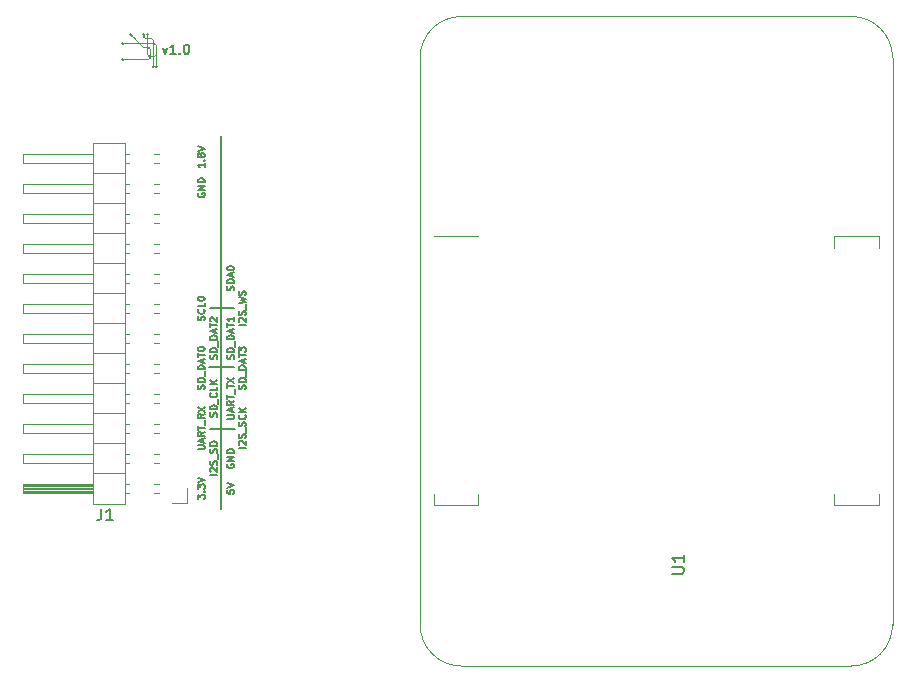
<source format=gbr>
%TF.GenerationSoftware,KiCad,Pcbnew,(6.0.0-0)*%
%TF.CreationDate,2022-03-30T15:47:28-05:00*%
%TF.ProjectId,spacebot-CM4-breakout,73706163-6562-46f7-942d-434d342d6272,rev?*%
%TF.SameCoordinates,Original*%
%TF.FileFunction,Legend,Top*%
%TF.FilePolarity,Positive*%
%FSLAX46Y46*%
G04 Gerber Fmt 4.6, Leading zero omitted, Abs format (unit mm)*
G04 Created by KiCad (PCBNEW (6.0.0-0)) date 2022-03-30 15:47:28*
%MOMM*%
%LPD*%
G01*
G04 APERTURE LIST*
%ADD10C,0.150000*%
%ADD11C,0.175000*%
%ADD12C,0.010000*%
%ADD13C,0.120000*%
G04 APERTURE END LIST*
D10*
X113270000Y-96120000D02*
X115300000Y-96120000D01*
X113290000Y-106340000D02*
X115420000Y-106340000D01*
X113220000Y-101120000D02*
X115300000Y-101130000D01*
X114751428Y-111524285D02*
X114751428Y-111810000D01*
X115037142Y-111838571D01*
X115008571Y-111810000D01*
X114980000Y-111752857D01*
X114980000Y-111610000D01*
X115008571Y-111552857D01*
X115037142Y-111524285D01*
X115094285Y-111495714D01*
X115237142Y-111495714D01*
X115294285Y-111524285D01*
X115322857Y-111552857D01*
X115351428Y-111610000D01*
X115351428Y-111752857D01*
X115322857Y-111810000D01*
X115294285Y-111838571D01*
X114751428Y-111324285D02*
X115351428Y-111124285D01*
X114751428Y-110924285D01*
X112261428Y-112285714D02*
X112261428Y-111914285D01*
X112490000Y-112114285D01*
X112490000Y-112028571D01*
X112518571Y-111971428D01*
X112547142Y-111942857D01*
X112604285Y-111914285D01*
X112747142Y-111914285D01*
X112804285Y-111942857D01*
X112832857Y-111971428D01*
X112861428Y-112028571D01*
X112861428Y-112200000D01*
X112832857Y-112257142D01*
X112804285Y-112285714D01*
X112804285Y-111657142D02*
X112832857Y-111628571D01*
X112861428Y-111657142D01*
X112832857Y-111685714D01*
X112804285Y-111657142D01*
X112861428Y-111657142D01*
X112261428Y-111428571D02*
X112261428Y-111057142D01*
X112490000Y-111257142D01*
X112490000Y-111171428D01*
X112518571Y-111114285D01*
X112547142Y-111085714D01*
X112604285Y-111057142D01*
X112747142Y-111057142D01*
X112804285Y-111085714D01*
X112832857Y-111114285D01*
X112861428Y-111171428D01*
X112861428Y-111342857D01*
X112832857Y-111400000D01*
X112804285Y-111428571D01*
X112261428Y-110885714D02*
X112861428Y-110685714D01*
X112261428Y-110485714D01*
X113911428Y-110215714D02*
X113311428Y-110215714D01*
X113368571Y-109958571D02*
X113340000Y-109930000D01*
X113311428Y-109872857D01*
X113311428Y-109730000D01*
X113340000Y-109672857D01*
X113368571Y-109644285D01*
X113425714Y-109615714D01*
X113482857Y-109615714D01*
X113568571Y-109644285D01*
X113911428Y-109987142D01*
X113911428Y-109615714D01*
X113882857Y-109387142D02*
X113911428Y-109301428D01*
X113911428Y-109158571D01*
X113882857Y-109101428D01*
X113854285Y-109072857D01*
X113797142Y-109044285D01*
X113740000Y-109044285D01*
X113682857Y-109072857D01*
X113654285Y-109101428D01*
X113625714Y-109158571D01*
X113597142Y-109272857D01*
X113568571Y-109330000D01*
X113540000Y-109358571D01*
X113482857Y-109387142D01*
X113425714Y-109387142D01*
X113368571Y-109358571D01*
X113340000Y-109330000D01*
X113311428Y-109272857D01*
X113311428Y-109130000D01*
X113340000Y-109044285D01*
X113968571Y-108930000D02*
X113968571Y-108472857D01*
X113882857Y-108358571D02*
X113911428Y-108272857D01*
X113911428Y-108130000D01*
X113882857Y-108072857D01*
X113854285Y-108044285D01*
X113797142Y-108015714D01*
X113740000Y-108015714D01*
X113682857Y-108044285D01*
X113654285Y-108072857D01*
X113625714Y-108130000D01*
X113597142Y-108244285D01*
X113568571Y-108301428D01*
X113540000Y-108330000D01*
X113482857Y-108358571D01*
X113425714Y-108358571D01*
X113368571Y-108330000D01*
X113340000Y-108301428D01*
X113311428Y-108244285D01*
X113311428Y-108101428D01*
X113340000Y-108015714D01*
X113911428Y-107758571D02*
X113311428Y-107758571D01*
X113311428Y-107615714D01*
X113340000Y-107530000D01*
X113397142Y-107472857D01*
X113454285Y-107444285D01*
X113568571Y-107415714D01*
X113654285Y-107415714D01*
X113768571Y-107444285D01*
X113825714Y-107472857D01*
X113882857Y-107530000D01*
X113911428Y-107615714D01*
X113911428Y-107758571D01*
X114780000Y-109317142D02*
X114751428Y-109374285D01*
X114751428Y-109460000D01*
X114780000Y-109545714D01*
X114837142Y-109602857D01*
X114894285Y-109631428D01*
X115008571Y-109660000D01*
X115094285Y-109660000D01*
X115208571Y-109631428D01*
X115265714Y-109602857D01*
X115322857Y-109545714D01*
X115351428Y-109460000D01*
X115351428Y-109402857D01*
X115322857Y-109317142D01*
X115294285Y-109288571D01*
X115094285Y-109288571D01*
X115094285Y-109402857D01*
X115351428Y-109031428D02*
X114751428Y-109031428D01*
X115351428Y-108688571D01*
X114751428Y-108688571D01*
X115351428Y-108402857D02*
X114751428Y-108402857D01*
X114751428Y-108260000D01*
X114780000Y-108174285D01*
X114837142Y-108117142D01*
X114894285Y-108088571D01*
X115008571Y-108060000D01*
X115094285Y-108060000D01*
X115208571Y-108088571D01*
X115265714Y-108117142D01*
X115322857Y-108174285D01*
X115351428Y-108260000D01*
X115351428Y-108402857D01*
X116341428Y-107955714D02*
X115741428Y-107955714D01*
X115798571Y-107698571D02*
X115770000Y-107670000D01*
X115741428Y-107612857D01*
X115741428Y-107470000D01*
X115770000Y-107412857D01*
X115798571Y-107384285D01*
X115855714Y-107355714D01*
X115912857Y-107355714D01*
X115998571Y-107384285D01*
X116341428Y-107727142D01*
X116341428Y-107355714D01*
X116312857Y-107127142D02*
X116341428Y-107041428D01*
X116341428Y-106898571D01*
X116312857Y-106841428D01*
X116284285Y-106812857D01*
X116227142Y-106784285D01*
X116170000Y-106784285D01*
X116112857Y-106812857D01*
X116084285Y-106841428D01*
X116055714Y-106898571D01*
X116027142Y-107012857D01*
X115998571Y-107070000D01*
X115970000Y-107098571D01*
X115912857Y-107127142D01*
X115855714Y-107127142D01*
X115798571Y-107098571D01*
X115770000Y-107070000D01*
X115741428Y-107012857D01*
X115741428Y-106870000D01*
X115770000Y-106784285D01*
X116398571Y-106670000D02*
X116398571Y-106212857D01*
X116312857Y-106098571D02*
X116341428Y-106012857D01*
X116341428Y-105870000D01*
X116312857Y-105812857D01*
X116284285Y-105784285D01*
X116227142Y-105755714D01*
X116170000Y-105755714D01*
X116112857Y-105784285D01*
X116084285Y-105812857D01*
X116055714Y-105870000D01*
X116027142Y-105984285D01*
X115998571Y-106041428D01*
X115970000Y-106070000D01*
X115912857Y-106098571D01*
X115855714Y-106098571D01*
X115798571Y-106070000D01*
X115770000Y-106041428D01*
X115741428Y-105984285D01*
X115741428Y-105841428D01*
X115770000Y-105755714D01*
X116284285Y-105155714D02*
X116312857Y-105184285D01*
X116341428Y-105270000D01*
X116341428Y-105327142D01*
X116312857Y-105412857D01*
X116255714Y-105470000D01*
X116198571Y-105498571D01*
X116084285Y-105527142D01*
X115998571Y-105527142D01*
X115884285Y-105498571D01*
X115827142Y-105470000D01*
X115770000Y-105412857D01*
X115741428Y-105327142D01*
X115741428Y-105270000D01*
X115770000Y-105184285D01*
X115798571Y-105155714D01*
X116341428Y-104898571D02*
X115741428Y-104898571D01*
X116341428Y-104555714D02*
X115998571Y-104812857D01*
X115741428Y-104555714D02*
X116084285Y-104898571D01*
X112261428Y-108081428D02*
X112747142Y-108081428D01*
X112804285Y-108052857D01*
X112832857Y-108024285D01*
X112861428Y-107967142D01*
X112861428Y-107852857D01*
X112832857Y-107795714D01*
X112804285Y-107767142D01*
X112747142Y-107738571D01*
X112261428Y-107738571D01*
X112690000Y-107481428D02*
X112690000Y-107195714D01*
X112861428Y-107538571D02*
X112261428Y-107338571D01*
X112861428Y-107138571D01*
X112861428Y-106595714D02*
X112575714Y-106795714D01*
X112861428Y-106938571D02*
X112261428Y-106938571D01*
X112261428Y-106710000D01*
X112290000Y-106652857D01*
X112318571Y-106624285D01*
X112375714Y-106595714D01*
X112461428Y-106595714D01*
X112518571Y-106624285D01*
X112547142Y-106652857D01*
X112575714Y-106710000D01*
X112575714Y-106938571D01*
X112261428Y-106424285D02*
X112261428Y-106081428D01*
X112861428Y-106252857D02*
X112261428Y-106252857D01*
X112918571Y-106024285D02*
X112918571Y-105567142D01*
X112861428Y-105081428D02*
X112575714Y-105281428D01*
X112861428Y-105424285D02*
X112261428Y-105424285D01*
X112261428Y-105195714D01*
X112290000Y-105138571D01*
X112318571Y-105110000D01*
X112375714Y-105081428D01*
X112461428Y-105081428D01*
X112518571Y-105110000D01*
X112547142Y-105138571D01*
X112575714Y-105195714D01*
X112575714Y-105424285D01*
X112261428Y-104881428D02*
X112861428Y-104481428D01*
X112261428Y-104481428D02*
X112861428Y-104881428D01*
X114751428Y-105480000D02*
X115237142Y-105480000D01*
X115294285Y-105451428D01*
X115322857Y-105422857D01*
X115351428Y-105365714D01*
X115351428Y-105251428D01*
X115322857Y-105194285D01*
X115294285Y-105165714D01*
X115237142Y-105137142D01*
X114751428Y-105137142D01*
X115180000Y-104880000D02*
X115180000Y-104594285D01*
X115351428Y-104937142D02*
X114751428Y-104737142D01*
X115351428Y-104537142D01*
X115351428Y-103994285D02*
X115065714Y-104194285D01*
X115351428Y-104337142D02*
X114751428Y-104337142D01*
X114751428Y-104108571D01*
X114780000Y-104051428D01*
X114808571Y-104022857D01*
X114865714Y-103994285D01*
X114951428Y-103994285D01*
X115008571Y-104022857D01*
X115037142Y-104051428D01*
X115065714Y-104108571D01*
X115065714Y-104337142D01*
X114751428Y-103822857D02*
X114751428Y-103480000D01*
X115351428Y-103651428D02*
X114751428Y-103651428D01*
X115408571Y-103422857D02*
X115408571Y-102965714D01*
X114751428Y-102908571D02*
X114751428Y-102565714D01*
X115351428Y-102737142D02*
X114751428Y-102737142D01*
X114751428Y-102422857D02*
X115351428Y-102022857D01*
X114751428Y-102022857D02*
X115351428Y-102422857D01*
X113882857Y-105302857D02*
X113911428Y-105217142D01*
X113911428Y-105074285D01*
X113882857Y-105017142D01*
X113854285Y-104988571D01*
X113797142Y-104960000D01*
X113740000Y-104960000D01*
X113682857Y-104988571D01*
X113654285Y-105017142D01*
X113625714Y-105074285D01*
X113597142Y-105188571D01*
X113568571Y-105245714D01*
X113540000Y-105274285D01*
X113482857Y-105302857D01*
X113425714Y-105302857D01*
X113368571Y-105274285D01*
X113340000Y-105245714D01*
X113311428Y-105188571D01*
X113311428Y-105045714D01*
X113340000Y-104960000D01*
X113911428Y-104702857D02*
X113311428Y-104702857D01*
X113311428Y-104560000D01*
X113340000Y-104474285D01*
X113397142Y-104417142D01*
X113454285Y-104388571D01*
X113568571Y-104360000D01*
X113654285Y-104360000D01*
X113768571Y-104388571D01*
X113825714Y-104417142D01*
X113882857Y-104474285D01*
X113911428Y-104560000D01*
X113911428Y-104702857D01*
X113968571Y-104245714D02*
X113968571Y-103788571D01*
X113854285Y-103302857D02*
X113882857Y-103331428D01*
X113911428Y-103417142D01*
X113911428Y-103474285D01*
X113882857Y-103560000D01*
X113825714Y-103617142D01*
X113768571Y-103645714D01*
X113654285Y-103674285D01*
X113568571Y-103674285D01*
X113454285Y-103645714D01*
X113397142Y-103617142D01*
X113340000Y-103560000D01*
X113311428Y-103474285D01*
X113311428Y-103417142D01*
X113340000Y-103331428D01*
X113368571Y-103302857D01*
X113911428Y-102760000D02*
X113911428Y-103045714D01*
X113311428Y-103045714D01*
X113911428Y-102560000D02*
X113311428Y-102560000D01*
X113911428Y-102217142D02*
X113568571Y-102474285D01*
X113311428Y-102217142D02*
X113654285Y-102560000D01*
X116312857Y-102981428D02*
X116341428Y-102895714D01*
X116341428Y-102752857D01*
X116312857Y-102695714D01*
X116284285Y-102667142D01*
X116227142Y-102638571D01*
X116170000Y-102638571D01*
X116112857Y-102667142D01*
X116084285Y-102695714D01*
X116055714Y-102752857D01*
X116027142Y-102867142D01*
X115998571Y-102924285D01*
X115970000Y-102952857D01*
X115912857Y-102981428D01*
X115855714Y-102981428D01*
X115798571Y-102952857D01*
X115770000Y-102924285D01*
X115741428Y-102867142D01*
X115741428Y-102724285D01*
X115770000Y-102638571D01*
X116341428Y-102381428D02*
X115741428Y-102381428D01*
X115741428Y-102238571D01*
X115770000Y-102152857D01*
X115827142Y-102095714D01*
X115884285Y-102067142D01*
X115998571Y-102038571D01*
X116084285Y-102038571D01*
X116198571Y-102067142D01*
X116255714Y-102095714D01*
X116312857Y-102152857D01*
X116341428Y-102238571D01*
X116341428Y-102381428D01*
X116398571Y-101924285D02*
X116398571Y-101467142D01*
X116341428Y-101324285D02*
X115741428Y-101324285D01*
X115741428Y-101181428D01*
X115770000Y-101095714D01*
X115827142Y-101038571D01*
X115884285Y-101010000D01*
X115998571Y-100981428D01*
X116084285Y-100981428D01*
X116198571Y-101010000D01*
X116255714Y-101038571D01*
X116312857Y-101095714D01*
X116341428Y-101181428D01*
X116341428Y-101324285D01*
X116170000Y-100752857D02*
X116170000Y-100467142D01*
X116341428Y-100810000D02*
X115741428Y-100610000D01*
X116341428Y-100410000D01*
X115741428Y-100295714D02*
X115741428Y-99952857D01*
X116341428Y-100124285D02*
X115741428Y-100124285D01*
X115741428Y-99810000D02*
X115741428Y-99438571D01*
X115970000Y-99638571D01*
X115970000Y-99552857D01*
X115998571Y-99495714D01*
X116027142Y-99467142D01*
X116084285Y-99438571D01*
X116227142Y-99438571D01*
X116284285Y-99467142D01*
X116312857Y-99495714D01*
X116341428Y-99552857D01*
X116341428Y-99724285D01*
X116312857Y-99781428D01*
X116284285Y-99810000D01*
X112832857Y-102961428D02*
X112861428Y-102875714D01*
X112861428Y-102732857D01*
X112832857Y-102675714D01*
X112804285Y-102647142D01*
X112747142Y-102618571D01*
X112690000Y-102618571D01*
X112632857Y-102647142D01*
X112604285Y-102675714D01*
X112575714Y-102732857D01*
X112547142Y-102847142D01*
X112518571Y-102904285D01*
X112490000Y-102932857D01*
X112432857Y-102961428D01*
X112375714Y-102961428D01*
X112318571Y-102932857D01*
X112290000Y-102904285D01*
X112261428Y-102847142D01*
X112261428Y-102704285D01*
X112290000Y-102618571D01*
X112861428Y-102361428D02*
X112261428Y-102361428D01*
X112261428Y-102218571D01*
X112290000Y-102132857D01*
X112347142Y-102075714D01*
X112404285Y-102047142D01*
X112518571Y-102018571D01*
X112604285Y-102018571D01*
X112718571Y-102047142D01*
X112775714Y-102075714D01*
X112832857Y-102132857D01*
X112861428Y-102218571D01*
X112861428Y-102361428D01*
X112918571Y-101904285D02*
X112918571Y-101447142D01*
X112861428Y-101304285D02*
X112261428Y-101304285D01*
X112261428Y-101161428D01*
X112290000Y-101075714D01*
X112347142Y-101018571D01*
X112404285Y-100990000D01*
X112518571Y-100961428D01*
X112604285Y-100961428D01*
X112718571Y-100990000D01*
X112775714Y-101018571D01*
X112832857Y-101075714D01*
X112861428Y-101161428D01*
X112861428Y-101304285D01*
X112690000Y-100732857D02*
X112690000Y-100447142D01*
X112861428Y-100790000D02*
X112261428Y-100590000D01*
X112861428Y-100390000D01*
X112261428Y-100275714D02*
X112261428Y-99932857D01*
X112861428Y-100104285D02*
X112261428Y-100104285D01*
X112261428Y-99618571D02*
X112261428Y-99561428D01*
X112290000Y-99504285D01*
X112318571Y-99475714D01*
X112375714Y-99447142D01*
X112490000Y-99418571D01*
X112632857Y-99418571D01*
X112747142Y-99447142D01*
X112804285Y-99475714D01*
X112832857Y-99504285D01*
X112861428Y-99561428D01*
X112861428Y-99618571D01*
X112832857Y-99675714D01*
X112804285Y-99704285D01*
X112747142Y-99732857D01*
X112632857Y-99761428D01*
X112490000Y-99761428D01*
X112375714Y-99732857D01*
X112318571Y-99704285D01*
X112290000Y-99675714D01*
X112261428Y-99618571D01*
X115322857Y-100431428D02*
X115351428Y-100345714D01*
X115351428Y-100202857D01*
X115322857Y-100145714D01*
X115294285Y-100117142D01*
X115237142Y-100088571D01*
X115180000Y-100088571D01*
X115122857Y-100117142D01*
X115094285Y-100145714D01*
X115065714Y-100202857D01*
X115037142Y-100317142D01*
X115008571Y-100374285D01*
X114980000Y-100402857D01*
X114922857Y-100431428D01*
X114865714Y-100431428D01*
X114808571Y-100402857D01*
X114780000Y-100374285D01*
X114751428Y-100317142D01*
X114751428Y-100174285D01*
X114780000Y-100088571D01*
X115351428Y-99831428D02*
X114751428Y-99831428D01*
X114751428Y-99688571D01*
X114780000Y-99602857D01*
X114837142Y-99545714D01*
X114894285Y-99517142D01*
X115008571Y-99488571D01*
X115094285Y-99488571D01*
X115208571Y-99517142D01*
X115265714Y-99545714D01*
X115322857Y-99602857D01*
X115351428Y-99688571D01*
X115351428Y-99831428D01*
X115408571Y-99374285D02*
X115408571Y-98917142D01*
X115351428Y-98774285D02*
X114751428Y-98774285D01*
X114751428Y-98631428D01*
X114780000Y-98545714D01*
X114837142Y-98488571D01*
X114894285Y-98460000D01*
X115008571Y-98431428D01*
X115094285Y-98431428D01*
X115208571Y-98460000D01*
X115265714Y-98488571D01*
X115322857Y-98545714D01*
X115351428Y-98631428D01*
X115351428Y-98774285D01*
X115180000Y-98202857D02*
X115180000Y-97917142D01*
X115351428Y-98260000D02*
X114751428Y-98060000D01*
X115351428Y-97860000D01*
X114751428Y-97745714D02*
X114751428Y-97402857D01*
X115351428Y-97574285D02*
X114751428Y-97574285D01*
X115351428Y-96888571D02*
X115351428Y-97231428D01*
X115351428Y-97060000D02*
X114751428Y-97060000D01*
X114837142Y-97117142D01*
X114894285Y-97174285D01*
X114922857Y-97231428D01*
X113882857Y-100441428D02*
X113911428Y-100355714D01*
X113911428Y-100212857D01*
X113882857Y-100155714D01*
X113854285Y-100127142D01*
X113797142Y-100098571D01*
X113740000Y-100098571D01*
X113682857Y-100127142D01*
X113654285Y-100155714D01*
X113625714Y-100212857D01*
X113597142Y-100327142D01*
X113568571Y-100384285D01*
X113540000Y-100412857D01*
X113482857Y-100441428D01*
X113425714Y-100441428D01*
X113368571Y-100412857D01*
X113340000Y-100384285D01*
X113311428Y-100327142D01*
X113311428Y-100184285D01*
X113340000Y-100098571D01*
X113911428Y-99841428D02*
X113311428Y-99841428D01*
X113311428Y-99698571D01*
X113340000Y-99612857D01*
X113397142Y-99555714D01*
X113454285Y-99527142D01*
X113568571Y-99498571D01*
X113654285Y-99498571D01*
X113768571Y-99527142D01*
X113825714Y-99555714D01*
X113882857Y-99612857D01*
X113911428Y-99698571D01*
X113911428Y-99841428D01*
X113968571Y-99384285D02*
X113968571Y-98927142D01*
X113911428Y-98784285D02*
X113311428Y-98784285D01*
X113311428Y-98641428D01*
X113340000Y-98555714D01*
X113397142Y-98498571D01*
X113454285Y-98470000D01*
X113568571Y-98441428D01*
X113654285Y-98441428D01*
X113768571Y-98470000D01*
X113825714Y-98498571D01*
X113882857Y-98555714D01*
X113911428Y-98641428D01*
X113911428Y-98784285D01*
X113740000Y-98212857D02*
X113740000Y-97927142D01*
X113911428Y-98270000D02*
X113311428Y-98070000D01*
X113911428Y-97870000D01*
X113311428Y-97755714D02*
X113311428Y-97412857D01*
X113911428Y-97584285D02*
X113311428Y-97584285D01*
X113368571Y-97241428D02*
X113340000Y-97212857D01*
X113311428Y-97155714D01*
X113311428Y-97012857D01*
X113340000Y-96955714D01*
X113368571Y-96927142D01*
X113425714Y-96898571D01*
X113482857Y-96898571D01*
X113568571Y-96927142D01*
X113911428Y-97270000D01*
X113911428Y-96898571D01*
X114270000Y-81550000D02*
X114270000Y-113090000D01*
X116341428Y-97548571D02*
X115741428Y-97548571D01*
X115798571Y-97291428D02*
X115770000Y-97262857D01*
X115741428Y-97205714D01*
X115741428Y-97062857D01*
X115770000Y-97005714D01*
X115798571Y-96977142D01*
X115855714Y-96948571D01*
X115912857Y-96948571D01*
X115998571Y-96977142D01*
X116341428Y-97320000D01*
X116341428Y-96948571D01*
X116312857Y-96720000D02*
X116341428Y-96634285D01*
X116341428Y-96491428D01*
X116312857Y-96434285D01*
X116284285Y-96405714D01*
X116227142Y-96377142D01*
X116170000Y-96377142D01*
X116112857Y-96405714D01*
X116084285Y-96434285D01*
X116055714Y-96491428D01*
X116027142Y-96605714D01*
X115998571Y-96662857D01*
X115970000Y-96691428D01*
X115912857Y-96720000D01*
X115855714Y-96720000D01*
X115798571Y-96691428D01*
X115770000Y-96662857D01*
X115741428Y-96605714D01*
X115741428Y-96462857D01*
X115770000Y-96377142D01*
X116398571Y-96262857D02*
X116398571Y-95805714D01*
X115741428Y-95720000D02*
X116341428Y-95577142D01*
X115912857Y-95462857D01*
X116341428Y-95348571D01*
X115741428Y-95205714D01*
X116312857Y-95005714D02*
X116341428Y-94920000D01*
X116341428Y-94777142D01*
X116312857Y-94720000D01*
X116284285Y-94691428D01*
X116227142Y-94662857D01*
X116170000Y-94662857D01*
X116112857Y-94691428D01*
X116084285Y-94720000D01*
X116055714Y-94777142D01*
X116027142Y-94891428D01*
X115998571Y-94948571D01*
X115970000Y-94977142D01*
X115912857Y-95005714D01*
X115855714Y-95005714D01*
X115798571Y-94977142D01*
X115770000Y-94948571D01*
X115741428Y-94891428D01*
X115741428Y-94748571D01*
X115770000Y-94662857D01*
X112832857Y-97160000D02*
X112861428Y-97074285D01*
X112861428Y-96931428D01*
X112832857Y-96874285D01*
X112804285Y-96845714D01*
X112747142Y-96817142D01*
X112690000Y-96817142D01*
X112632857Y-96845714D01*
X112604285Y-96874285D01*
X112575714Y-96931428D01*
X112547142Y-97045714D01*
X112518571Y-97102857D01*
X112490000Y-97131428D01*
X112432857Y-97160000D01*
X112375714Y-97160000D01*
X112318571Y-97131428D01*
X112290000Y-97102857D01*
X112261428Y-97045714D01*
X112261428Y-96902857D01*
X112290000Y-96817142D01*
X112804285Y-96217142D02*
X112832857Y-96245714D01*
X112861428Y-96331428D01*
X112861428Y-96388571D01*
X112832857Y-96474285D01*
X112775714Y-96531428D01*
X112718571Y-96560000D01*
X112604285Y-96588571D01*
X112518571Y-96588571D01*
X112404285Y-96560000D01*
X112347142Y-96531428D01*
X112290000Y-96474285D01*
X112261428Y-96388571D01*
X112261428Y-96331428D01*
X112290000Y-96245714D01*
X112318571Y-96217142D01*
X112861428Y-95674285D02*
X112861428Y-95960000D01*
X112261428Y-95960000D01*
X112261428Y-95360000D02*
X112261428Y-95302857D01*
X112290000Y-95245714D01*
X112318571Y-95217142D01*
X112375714Y-95188571D01*
X112490000Y-95160000D01*
X112632857Y-95160000D01*
X112747142Y-95188571D01*
X112804285Y-95217142D01*
X112832857Y-95245714D01*
X112861428Y-95302857D01*
X112861428Y-95360000D01*
X112832857Y-95417142D01*
X112804285Y-95445714D01*
X112747142Y-95474285D01*
X112632857Y-95502857D01*
X112490000Y-95502857D01*
X112375714Y-95474285D01*
X112318571Y-95445714D01*
X112290000Y-95417142D01*
X112261428Y-95360000D01*
X115322857Y-94614285D02*
X115351428Y-94528571D01*
X115351428Y-94385714D01*
X115322857Y-94328571D01*
X115294285Y-94300000D01*
X115237142Y-94271428D01*
X115180000Y-94271428D01*
X115122857Y-94300000D01*
X115094285Y-94328571D01*
X115065714Y-94385714D01*
X115037142Y-94500000D01*
X115008571Y-94557142D01*
X114980000Y-94585714D01*
X114922857Y-94614285D01*
X114865714Y-94614285D01*
X114808571Y-94585714D01*
X114780000Y-94557142D01*
X114751428Y-94500000D01*
X114751428Y-94357142D01*
X114780000Y-94271428D01*
X115351428Y-94014285D02*
X114751428Y-94014285D01*
X114751428Y-93871428D01*
X114780000Y-93785714D01*
X114837142Y-93728571D01*
X114894285Y-93700000D01*
X115008571Y-93671428D01*
X115094285Y-93671428D01*
X115208571Y-93700000D01*
X115265714Y-93728571D01*
X115322857Y-93785714D01*
X115351428Y-93871428D01*
X115351428Y-94014285D01*
X115180000Y-93442857D02*
X115180000Y-93157142D01*
X115351428Y-93500000D02*
X114751428Y-93300000D01*
X115351428Y-93100000D01*
X114751428Y-92785714D02*
X114751428Y-92728571D01*
X114780000Y-92671428D01*
X114808571Y-92642857D01*
X114865714Y-92614285D01*
X114980000Y-92585714D01*
X115122857Y-92585714D01*
X115237142Y-92614285D01*
X115294285Y-92642857D01*
X115322857Y-92671428D01*
X115351428Y-92728571D01*
X115351428Y-92785714D01*
X115322857Y-92842857D01*
X115294285Y-92871428D01*
X115237142Y-92900000D01*
X115122857Y-92928571D01*
X114980000Y-92928571D01*
X114865714Y-92900000D01*
X114808571Y-92871428D01*
X114780000Y-92842857D01*
X114751428Y-92785714D01*
X112290000Y-86397142D02*
X112261428Y-86454285D01*
X112261428Y-86540000D01*
X112290000Y-86625714D01*
X112347142Y-86682857D01*
X112404285Y-86711428D01*
X112518571Y-86740000D01*
X112604285Y-86740000D01*
X112718571Y-86711428D01*
X112775714Y-86682857D01*
X112832857Y-86625714D01*
X112861428Y-86540000D01*
X112861428Y-86482857D01*
X112832857Y-86397142D01*
X112804285Y-86368571D01*
X112604285Y-86368571D01*
X112604285Y-86482857D01*
X112861428Y-86111428D02*
X112261428Y-86111428D01*
X112861428Y-85768571D01*
X112261428Y-85768571D01*
X112861428Y-85482857D02*
X112261428Y-85482857D01*
X112261428Y-85340000D01*
X112290000Y-85254285D01*
X112347142Y-85197142D01*
X112404285Y-85168571D01*
X112518571Y-85140000D01*
X112604285Y-85140000D01*
X112718571Y-85168571D01*
X112775714Y-85197142D01*
X112832857Y-85254285D01*
X112861428Y-85340000D01*
X112861428Y-85482857D01*
X112861428Y-83854285D02*
X112861428Y-84197142D01*
X112861428Y-84025714D02*
X112261428Y-84025714D01*
X112347142Y-84082857D01*
X112404285Y-84140000D01*
X112432857Y-84197142D01*
X112804285Y-83597142D02*
X112832857Y-83568571D01*
X112861428Y-83597142D01*
X112832857Y-83625714D01*
X112804285Y-83597142D01*
X112861428Y-83597142D01*
X112518571Y-83225714D02*
X112490000Y-83282857D01*
X112461428Y-83311428D01*
X112404285Y-83340000D01*
X112375714Y-83340000D01*
X112318571Y-83311428D01*
X112290000Y-83282857D01*
X112261428Y-83225714D01*
X112261428Y-83111428D01*
X112290000Y-83054285D01*
X112318571Y-83025714D01*
X112375714Y-82997142D01*
X112404285Y-82997142D01*
X112461428Y-83025714D01*
X112490000Y-83054285D01*
X112518571Y-83111428D01*
X112518571Y-83225714D01*
X112547142Y-83282857D01*
X112575714Y-83311428D01*
X112632857Y-83340000D01*
X112747142Y-83340000D01*
X112804285Y-83311428D01*
X112832857Y-83282857D01*
X112861428Y-83225714D01*
X112861428Y-83111428D01*
X112832857Y-83054285D01*
X112804285Y-83025714D01*
X112747142Y-82997142D01*
X112632857Y-82997142D01*
X112575714Y-83025714D01*
X112547142Y-83054285D01*
X112518571Y-83111428D01*
X112261428Y-82825714D02*
X112861428Y-82625714D01*
X112261428Y-82425714D01*
D11*
X109317142Y-74078571D02*
X109507619Y-74611904D01*
X109698095Y-74078571D01*
X110421904Y-74611904D02*
X109964761Y-74611904D01*
X110193333Y-74611904D02*
X110193333Y-73811904D01*
X110117142Y-73926190D01*
X110040952Y-74002380D01*
X109964761Y-74040476D01*
X110764761Y-74535714D02*
X110802857Y-74573809D01*
X110764761Y-74611904D01*
X110726666Y-74573809D01*
X110764761Y-74535714D01*
X110764761Y-74611904D01*
X111298095Y-73811904D02*
X111374285Y-73811904D01*
X111450476Y-73850000D01*
X111488571Y-73888095D01*
X111526666Y-73964285D01*
X111564761Y-74116666D01*
X111564761Y-74307142D01*
X111526666Y-74459523D01*
X111488571Y-74535714D01*
X111450476Y-74573809D01*
X111374285Y-74611904D01*
X111298095Y-74611904D01*
X111221904Y-74573809D01*
X111183809Y-74535714D01*
X111145714Y-74459523D01*
X111107619Y-74307142D01*
X111107619Y-74116666D01*
X111145714Y-73964285D01*
X111183809Y-73888095D01*
X111221904Y-73850000D01*
X111298095Y-73811904D01*
D10*
%TO.C,J1*%
X104086666Y-113097380D02*
X104086666Y-113811666D01*
X104039047Y-113954523D01*
X103943809Y-114049761D01*
X103800952Y-114097380D01*
X103705714Y-114097380D01*
X105086666Y-114097380D02*
X104515238Y-114097380D01*
X104800952Y-114097380D02*
X104800952Y-113097380D01*
X104705714Y-113240238D01*
X104610476Y-113335476D01*
X104515238Y-113383095D01*
%TO.C,U1*%
X152432380Y-118606904D02*
X153241904Y-118606904D01*
X153337142Y-118559285D01*
X153384761Y-118511666D01*
X153432380Y-118416428D01*
X153432380Y-118225952D01*
X153384761Y-118130714D01*
X153337142Y-118083095D01*
X153241904Y-118035476D01*
X152432380Y-118035476D01*
X153432380Y-117035476D02*
X153432380Y-117606904D01*
X153432380Y-117321190D02*
X152432380Y-117321190D01*
X152575238Y-117416428D01*
X152670476Y-117511666D01*
X152718095Y-117606904D01*
D12*
%TO.C,G\u002A\u002A\u002A*%
X106564834Y-72868915D02*
X106587923Y-72897443D01*
X106587923Y-72897443D02*
X106595400Y-72929845D01*
X106595400Y-72929845D02*
X106598985Y-72941827D01*
X106598985Y-72941827D02*
X106610677Y-72960332D01*
X106610677Y-72960332D02*
X106631879Y-72986875D01*
X106631879Y-72986875D02*
X106663995Y-73022969D01*
X106663995Y-73022969D02*
X106708427Y-73070130D01*
X106708427Y-73070130D02*
X106766580Y-73129872D01*
X106766580Y-73129872D02*
X106839857Y-73203709D01*
X106839857Y-73203709D02*
X106929661Y-73293155D01*
X106929661Y-73293155D02*
X106959407Y-73322638D01*
X106959407Y-73322638D02*
X107323415Y-73683100D01*
X107323415Y-73683100D02*
X107967000Y-73683100D01*
X107967000Y-73683100D02*
X107967000Y-73289400D01*
X107967000Y-73289400D02*
X107992400Y-73289400D01*
X107992400Y-73289400D02*
X107992400Y-73683660D01*
X107992400Y-73683660D02*
X108229246Y-73680205D01*
X108229246Y-73680205D02*
X108466093Y-73676750D01*
X108466093Y-73676750D02*
X108460927Y-73448150D01*
X108460927Y-73448150D02*
X108304283Y-73289400D01*
X108304283Y-73289400D02*
X107992400Y-73289400D01*
X107992400Y-73289400D02*
X107967000Y-73289400D01*
X107967000Y-73289400D02*
X107887307Y-73289399D01*
X107887307Y-73289399D02*
X107807614Y-73289399D01*
X107807614Y-73289399D02*
X107714787Y-73195949D01*
X107714787Y-73195949D02*
X107673197Y-73153596D01*
X107673197Y-73153596D02*
X107646518Y-73123835D01*
X107646518Y-73123835D02*
X107631640Y-73101356D01*
X107631640Y-73101356D02*
X107625454Y-73080850D01*
X107625454Y-73080850D02*
X107624850Y-73057007D01*
X107624850Y-73057007D02*
X107625579Y-73043638D01*
X107625579Y-73043638D02*
X107625118Y-73002065D01*
X107625118Y-73002065D02*
X107615990Y-72977376D01*
X107615990Y-72977376D02*
X107606510Y-72968188D01*
X107606510Y-72968188D02*
X107590446Y-72942736D01*
X107590446Y-72942736D02*
X107589892Y-72929701D01*
X107589892Y-72929701D02*
X107616094Y-72929701D01*
X107616094Y-72929701D02*
X107632610Y-72944591D01*
X107632610Y-72944591D02*
X107643899Y-72946500D01*
X107643899Y-72946500D02*
X107658735Y-72935925D01*
X107658735Y-72935925D02*
X107662200Y-72921100D01*
X107662200Y-72921100D02*
X107653162Y-72900668D01*
X107653162Y-72900668D02*
X107633913Y-72896206D01*
X107633913Y-72896206D02*
X107617750Y-72908400D01*
X107617750Y-72908400D02*
X107616094Y-72929701D01*
X107616094Y-72929701D02*
X107589892Y-72929701D01*
X107589892Y-72929701D02*
X107588996Y-72908656D01*
X107588996Y-72908656D02*
X107601360Y-72877507D01*
X107601360Y-72877507D02*
X107613588Y-72865918D01*
X107613588Y-72865918D02*
X107645370Y-72858608D01*
X107645370Y-72858608D02*
X107675401Y-72870969D01*
X107675401Y-72870969D02*
X107695851Y-72898006D01*
X107695851Y-72898006D02*
X107700300Y-72921226D01*
X107700300Y-72921226D02*
X107694364Y-72952587D01*
X107694364Y-72952587D02*
X107681250Y-72967307D01*
X107681250Y-72967307D02*
X107668640Y-72981951D01*
X107668640Y-72981951D02*
X107662847Y-73015845D01*
X107662847Y-73015845D02*
X107662200Y-73040300D01*
X107662200Y-73040300D02*
X107663067Y-73072533D01*
X107663067Y-73072533D02*
X107668036Y-73096815D01*
X107668036Y-73096815D02*
X107680654Y-73119561D01*
X107680654Y-73119561D02*
X107704469Y-73147183D01*
X107704469Y-73147183D02*
X107742659Y-73185728D01*
X107742659Y-73185728D02*
X107823118Y-73265472D01*
X107823118Y-73265472D02*
X107960650Y-73257650D01*
X107960650Y-73257650D02*
X107964289Y-73125613D01*
X107964289Y-73125613D02*
X107965495Y-73065306D01*
X107965495Y-73065306D02*
X107964582Y-73024713D01*
X107964582Y-73024713D02*
X107960718Y-72998183D01*
X107960718Y-72998183D02*
X107953069Y-72980063D01*
X107953069Y-72980063D02*
X107940802Y-72964701D01*
X107940802Y-72964701D02*
X107940511Y-72964391D01*
X107940511Y-72964391D02*
X107921980Y-72931584D01*
X107921980Y-72931584D02*
X107922227Y-72921642D01*
X107922227Y-72921642D02*
X107954192Y-72921642D01*
X107954192Y-72921642D02*
X107963031Y-72938297D01*
X107963031Y-72938297D02*
X107981418Y-72943442D01*
X107981418Y-72943442D02*
X107996375Y-72930943D01*
X107996375Y-72930943D02*
X107998750Y-72920215D01*
X107998750Y-72920215D02*
X107988193Y-72903035D01*
X107988193Y-72903035D02*
X107976525Y-72898117D01*
X107976525Y-72898117D02*
X107958696Y-72903567D01*
X107958696Y-72903567D02*
X107954192Y-72921642D01*
X107954192Y-72921642D02*
X107922227Y-72921642D01*
X107922227Y-72921642D02*
X107922769Y-72899858D01*
X107922769Y-72899858D02*
X107938295Y-72874354D01*
X107938295Y-72874354D02*
X107963975Y-72860213D01*
X107963975Y-72860213D02*
X107995228Y-72862575D01*
X107995228Y-72862575D02*
X108018311Y-72877113D01*
X108018311Y-72877113D02*
X108040311Y-72909001D01*
X108040311Y-72909001D02*
X108036950Y-72941388D01*
X108036950Y-72941388D02*
X108017394Y-72965917D01*
X108017394Y-72965917D02*
X108005835Y-72978727D01*
X108005835Y-72978727D02*
X107998585Y-72995448D01*
X107998585Y-72995448D02*
X107994889Y-73021427D01*
X107994889Y-73021427D02*
X107993994Y-73062010D01*
X107993994Y-73062010D02*
X107995144Y-73122547D01*
X107995144Y-73122547D02*
X107995169Y-73123460D01*
X107995169Y-73123460D02*
X107998750Y-73257650D01*
X107998750Y-73257650D02*
X108165285Y-73261181D01*
X108165285Y-73261181D02*
X108331821Y-73264713D01*
X108331821Y-73264713D02*
X108416110Y-73352021D01*
X108416110Y-73352021D02*
X108500400Y-73439330D01*
X108500400Y-73439330D02*
X108500400Y-73683100D01*
X108500400Y-73683100D02*
X108535026Y-73683099D01*
X108535026Y-73683099D02*
X108557761Y-73688467D01*
X108557761Y-73688467D02*
X108586597Y-73706325D01*
X108586597Y-73706325D02*
X108625190Y-73739311D01*
X108625190Y-73739311D02*
X108661410Y-73774245D01*
X108661410Y-73774245D02*
X108753167Y-73865390D01*
X108753167Y-73865390D02*
X108745380Y-74714585D01*
X108745380Y-74714585D02*
X108737592Y-75563781D01*
X108737592Y-75563781D02*
X108765046Y-75583010D01*
X108765046Y-75583010D02*
X108788964Y-75611370D01*
X108788964Y-75611370D02*
X108792290Y-75642594D01*
X108792290Y-75642594D02*
X108777885Y-75669799D01*
X108777885Y-75669799D02*
X108748613Y-75686102D01*
X108748613Y-75686102D02*
X108721612Y-75687442D01*
X108721612Y-75687442D02*
X108688812Y-75673906D01*
X108688812Y-75673906D02*
X108674638Y-75647145D01*
X108674638Y-75647145D02*
X108675592Y-75642077D01*
X108675592Y-75642077D02*
X108706668Y-75642077D01*
X108706668Y-75642077D02*
X108710364Y-75652270D01*
X108710364Y-75652270D02*
X108726643Y-75661636D01*
X108726643Y-75661636D02*
X108744079Y-75652144D01*
X108744079Y-75652144D02*
X108752156Y-75634672D01*
X108752156Y-75634672D02*
X108746859Y-75616587D01*
X108746859Y-75616587D02*
X108737030Y-75613500D01*
X108737030Y-75613500D02*
X108713949Y-75622219D01*
X108713949Y-75622219D02*
X108706668Y-75642077D01*
X108706668Y-75642077D02*
X108675592Y-75642077D01*
X108675592Y-75642077D02*
X108681049Y-75613102D01*
X108681049Y-75613102D02*
X108691609Y-75596432D01*
X108691609Y-75596432D02*
X108698110Y-75587021D01*
X108698110Y-75587021D02*
X108703360Y-75575271D01*
X108703360Y-75575271D02*
X108707492Y-75558560D01*
X108707492Y-75558560D02*
X108710639Y-75534266D01*
X108710639Y-75534266D02*
X108712935Y-75499765D01*
X108712935Y-75499765D02*
X108714512Y-75452436D01*
X108714512Y-75452436D02*
X108715503Y-75389655D01*
X108715503Y-75389655D02*
X108716043Y-75308800D01*
X108716043Y-75308800D02*
X108716263Y-75207248D01*
X108716263Y-75207248D02*
X108716300Y-75110244D01*
X108716300Y-75110244D02*
X108716300Y-74655445D01*
X108716300Y-74655445D02*
X108642906Y-74728072D01*
X108642906Y-74728072D02*
X108597854Y-74769463D01*
X108597854Y-74769463D02*
X108563777Y-74792800D01*
X108563777Y-74792800D02*
X108536843Y-74800662D01*
X108536843Y-74800662D02*
X108534956Y-74800700D01*
X108534956Y-74800700D02*
X108500400Y-74800700D01*
X108500400Y-74800700D02*
X108500400Y-75186494D01*
X108500400Y-75186494D02*
X108500558Y-75297993D01*
X108500558Y-75297993D02*
X108501115Y-75386725D01*
X108501115Y-75386725D02*
X108502196Y-75455322D01*
X108502196Y-75455322D02*
X108503927Y-75506417D01*
X108503927Y-75506417D02*
X108506431Y-75542641D01*
X108506431Y-75542641D02*
X108509834Y-75566626D01*
X108509834Y-75566626D02*
X108514261Y-75581005D01*
X108514261Y-75581005D02*
X108519450Y-75588100D01*
X108519450Y-75588100D02*
X108535747Y-75615929D01*
X108535747Y-75615929D02*
X108536018Y-75650315D01*
X108536018Y-75650315D02*
X108523260Y-75674460D01*
X108523260Y-75674460D02*
X108500030Y-75685541D01*
X108500030Y-75685541D02*
X108467790Y-75689605D01*
X108467790Y-75689605D02*
X108439948Y-75685650D01*
X108439948Y-75685650D02*
X108432666Y-75681233D01*
X108432666Y-75681233D02*
X108424538Y-75658520D01*
X108424538Y-75658520D02*
X108425361Y-75642077D01*
X108425361Y-75642077D02*
X108452668Y-75642077D01*
X108452668Y-75642077D02*
X108456364Y-75652270D01*
X108456364Y-75652270D02*
X108472643Y-75661636D01*
X108472643Y-75661636D02*
X108490079Y-75652144D01*
X108490079Y-75652144D02*
X108498156Y-75634672D01*
X108498156Y-75634672D02*
X108492859Y-75616587D01*
X108492859Y-75616587D02*
X108483030Y-75613500D01*
X108483030Y-75613500D02*
X108459949Y-75622219D01*
X108459949Y-75622219D02*
X108452668Y-75642077D01*
X108452668Y-75642077D02*
X108425361Y-75642077D01*
X108425361Y-75642077D02*
X108426163Y-75626088D01*
X108426163Y-75626088D02*
X108436058Y-75596995D01*
X108436058Y-75596995D02*
X108443250Y-75588100D01*
X108443250Y-75588100D02*
X108448749Y-75580335D01*
X108448749Y-75580335D02*
X108453107Y-75565431D01*
X108453107Y-75565431D02*
X108456450Y-75540755D01*
X108456450Y-75540755D02*
X108458902Y-75503675D01*
X108458902Y-75503675D02*
X108460588Y-75451560D01*
X108460588Y-75451560D02*
X108461633Y-75381777D01*
X108461633Y-75381777D02*
X108462162Y-75291694D01*
X108462162Y-75291694D02*
X108462300Y-75186494D01*
X108462300Y-75186494D02*
X108462300Y-74800700D01*
X108462300Y-74800700D02*
X108246400Y-74800700D01*
X108246400Y-74800700D02*
X108246400Y-74835942D01*
X108246400Y-74835942D02*
X108241504Y-74858174D01*
X108241504Y-74858174D02*
X108224954Y-74885559D01*
X108224954Y-74885559D02*
X108193954Y-74921943D01*
X108193954Y-74921943D02*
X108154026Y-74962942D01*
X108154026Y-74962942D02*
X108061652Y-75054700D01*
X108061652Y-75054700D02*
X106999355Y-75054700D01*
X106999355Y-75054700D02*
X106809611Y-75054728D01*
X106809611Y-75054728D02*
X106643616Y-75054836D01*
X106643616Y-75054836D02*
X106499721Y-75055056D01*
X106499721Y-75055056D02*
X106376274Y-75055421D01*
X106376274Y-75055421D02*
X106271625Y-75055964D01*
X106271625Y-75055964D02*
X106184124Y-75056718D01*
X106184124Y-75056718D02*
X106112121Y-75057715D01*
X106112121Y-75057715D02*
X106053964Y-75058989D01*
X106053964Y-75058989D02*
X106008003Y-75060572D01*
X106008003Y-75060572D02*
X105972589Y-75062496D01*
X105972589Y-75062496D02*
X105946070Y-75064796D01*
X105946070Y-75064796D02*
X105926796Y-75067503D01*
X105926796Y-75067503D02*
X105913117Y-75070651D01*
X105913117Y-75070651D02*
X105903382Y-75074273D01*
X105903382Y-75074273D02*
X105898902Y-75076598D01*
X105898902Y-75076598D02*
X105871956Y-75090319D01*
X105871956Y-75090319D02*
X105854817Y-75090202D01*
X105854817Y-75090202D02*
X105835767Y-75075889D01*
X105835767Y-75075889D02*
X105834372Y-75074630D01*
X105834372Y-75074630D02*
X105812754Y-75042345D01*
X105812754Y-75042345D02*
X105810723Y-75018828D01*
X105810723Y-75018828D02*
X105837787Y-75018828D01*
X105837787Y-75018828D02*
X105845782Y-75035263D01*
X105845782Y-75035263D02*
X105846354Y-75035956D01*
X105846354Y-75035956D02*
X105863781Y-75048016D01*
X105863781Y-75048016D02*
X105880073Y-75040154D01*
X105880073Y-75040154D02*
X105890392Y-75021912D01*
X105890392Y-75021912D02*
X105885591Y-75012911D01*
X105885591Y-75012911D02*
X105864550Y-75006280D01*
X105864550Y-75006280D02*
X105851873Y-75008713D01*
X105851873Y-75008713D02*
X105837787Y-75018828D01*
X105837787Y-75018828D02*
X105810723Y-75018828D01*
X105810723Y-75018828D02*
X105809705Y-75007048D01*
X105809705Y-75007048D02*
X105823239Y-74981040D01*
X105823239Y-74981040D02*
X105852946Y-74966947D01*
X105852946Y-74966947D02*
X105886813Y-74970808D01*
X105886813Y-74970808D02*
X105912547Y-74991200D01*
X105912547Y-74991200D02*
X105915795Y-74995705D01*
X105915795Y-74995705D02*
X105920626Y-74999643D01*
X105920626Y-74999643D02*
X105928664Y-75003053D01*
X105928664Y-75003053D02*
X105941533Y-75005972D01*
X105941533Y-75005972D02*
X105960856Y-75008439D01*
X105960856Y-75008439D02*
X105988258Y-75010491D01*
X105988258Y-75010491D02*
X106025363Y-75012166D01*
X106025363Y-75012166D02*
X106073796Y-75013504D01*
X106073796Y-75013504D02*
X106135179Y-75014541D01*
X106135179Y-75014541D02*
X106211138Y-75015316D01*
X106211138Y-75015316D02*
X106303296Y-75015867D01*
X106303296Y-75015867D02*
X106413278Y-75016233D01*
X106413278Y-75016233D02*
X106542707Y-75016451D01*
X106542707Y-75016451D02*
X106693208Y-75016559D01*
X106693208Y-75016559D02*
X106866404Y-75016596D01*
X106866404Y-75016596D02*
X106994961Y-75016600D01*
X106994961Y-75016600D02*
X108061513Y-75016600D01*
X108061513Y-75016600D02*
X108134906Y-74943972D01*
X108134906Y-74943972D02*
X108175852Y-74900567D01*
X108175852Y-74900567D02*
X108199245Y-74867814D01*
X108199245Y-74867814D02*
X108208033Y-74841373D01*
X108208033Y-74841373D02*
X108208300Y-74836022D01*
X108208300Y-74836022D02*
X108204391Y-74810270D01*
X108204391Y-74810270D02*
X108187317Y-74801357D01*
X108187317Y-74801357D02*
X108173034Y-74800700D01*
X108173034Y-74800700D02*
X108149810Y-74795502D01*
X108149810Y-74795502D02*
X108121369Y-74778004D01*
X108121369Y-74778004D02*
X108083697Y-74745345D01*
X108083697Y-74745345D02*
X108052630Y-74714904D01*
X108052630Y-74714904D02*
X107967492Y-74629109D01*
X107967492Y-74629109D02*
X107967181Y-74602698D01*
X107967181Y-74602698D02*
X107991890Y-74602698D01*
X107991890Y-74602698D02*
X108074828Y-74686277D01*
X108074828Y-74686277D02*
X108114886Y-74726255D01*
X108114886Y-74726255D02*
X108146002Y-74754540D01*
X108146002Y-74754540D02*
X108169305Y-74769412D01*
X108169305Y-74769412D02*
X108185924Y-74769156D01*
X108185924Y-74769156D02*
X108196990Y-74752052D01*
X108196990Y-74752052D02*
X108203630Y-74716382D01*
X108203630Y-74716382D02*
X108206976Y-74660430D01*
X108206976Y-74660430D02*
X108208156Y-74582476D01*
X108208156Y-74582476D02*
X108208300Y-74483256D01*
X108208300Y-74483256D02*
X108208300Y-74196654D01*
X108208300Y-74196654D02*
X108135275Y-74125031D01*
X108135275Y-74125031D02*
X108096127Y-74089928D01*
X108096127Y-74089928D02*
X108060045Y-74063298D01*
X108060045Y-74063298D02*
X108033546Y-74049858D01*
X108033546Y-74049858D02*
X108030500Y-74049228D01*
X108030500Y-74049228D02*
X107998750Y-74045050D01*
X107998750Y-74045050D02*
X107991890Y-74602698D01*
X107991890Y-74602698D02*
X107967181Y-74602698D01*
X107967181Y-74602698D02*
X107960650Y-74048491D01*
X107960650Y-74048491D02*
X107801900Y-74050403D01*
X107801900Y-74050403D02*
X107643150Y-74052316D01*
X107643150Y-74052316D02*
X107304548Y-73712460D01*
X107304548Y-73712460D02*
X107357400Y-73712460D01*
X107357400Y-73712460D02*
X107365922Y-73722439D01*
X107365922Y-73722439D02*
X107389506Y-73747244D01*
X107389506Y-73747244D02*
X107425175Y-73783815D01*
X107425175Y-73783815D02*
X107469954Y-73829095D01*
X107469954Y-73829095D02*
X107505884Y-73865090D01*
X107505884Y-73865090D02*
X107654368Y-74013300D01*
X107654368Y-74013300D02*
X107967806Y-74013300D01*
X107967806Y-74013300D02*
X107992400Y-74013300D01*
X107992400Y-74013300D02*
X108032466Y-74013300D01*
X108032466Y-74013300D02*
X108054420Y-74016352D01*
X108054420Y-74016352D02*
X108077195Y-74027752D01*
X108077195Y-74027752D02*
X108105423Y-74050864D01*
X108105423Y-74050864D02*
X108143733Y-74089052D01*
X108143733Y-74089052D02*
X108159227Y-74105375D01*
X108159227Y-74105375D02*
X108245921Y-74197450D01*
X108245921Y-74197450D02*
X108246160Y-74480025D01*
X108246160Y-74480025D02*
X108246400Y-74762600D01*
X108246400Y-74762600D02*
X108462300Y-74762600D01*
X108462300Y-74762600D02*
X108462300Y-74136291D01*
X108462300Y-74136291D02*
X108462301Y-74032267D01*
X108462301Y-74032267D02*
X108462304Y-73938914D01*
X108462304Y-73938914D02*
X108462307Y-73858971D01*
X108462307Y-73858971D02*
X108462310Y-73795176D01*
X108462310Y-73795176D02*
X108462314Y-73750267D01*
X108462314Y-73750267D02*
X108462319Y-73726981D01*
X108462319Y-73726981D02*
X108462321Y-73724375D01*
X108462321Y-73724375D02*
X108450287Y-73721194D01*
X108450287Y-73721194D02*
X108416805Y-73718087D01*
X108416805Y-73718087D02*
X108365829Y-73715272D01*
X108365829Y-73715272D02*
X108301310Y-73712968D01*
X108301310Y-73712968D02*
X108227371Y-73711394D01*
X108227371Y-73711394D02*
X108030554Y-73708500D01*
X108030554Y-73708500D02*
X108500400Y-73708500D01*
X108500400Y-73708500D02*
X108500400Y-74233433D01*
X108500400Y-74233433D02*
X108500569Y-74346455D01*
X108500569Y-74346455D02*
X108501051Y-74451473D01*
X108501051Y-74451473D02*
X108501811Y-74545793D01*
X108501811Y-74545793D02*
X108502812Y-74626721D01*
X108502812Y-74626721D02*
X108504016Y-74691564D01*
X108504016Y-74691564D02*
X108505389Y-74737629D01*
X108505389Y-74737629D02*
X108506892Y-74762223D01*
X108506892Y-74762223D02*
X108507615Y-74765582D01*
X108507615Y-74765582D02*
X108523251Y-74771148D01*
X108523251Y-74771148D02*
X108546856Y-74761798D01*
X108546856Y-74761798D02*
X108580958Y-74735942D01*
X108580958Y-74735942D02*
X108628084Y-74691989D01*
X108628084Y-74691989D02*
X108634197Y-74685956D01*
X108634197Y-74685956D02*
X108716300Y-74604583D01*
X108716300Y-74604583D02*
X108716300Y-73867933D01*
X108716300Y-73867933D02*
X108637291Y-73788216D01*
X108637291Y-73788216D02*
X108588706Y-73742932D01*
X108588706Y-73742932D02*
X108551214Y-73715980D01*
X108551214Y-73715980D02*
X108529341Y-73708500D01*
X108529341Y-73708500D02*
X108500400Y-73708500D01*
X108500400Y-73708500D02*
X108030554Y-73708500D01*
X108030554Y-73708500D02*
X107992400Y-73707939D01*
X107992400Y-73707939D02*
X107992400Y-74013300D01*
X107992400Y-74013300D02*
X107967806Y-74013300D01*
X107967806Y-74013300D02*
X107960650Y-73714850D01*
X107960650Y-73714850D02*
X107659025Y-73711445D01*
X107659025Y-73711445D02*
X107574540Y-73710669D01*
X107574540Y-73710669D02*
X107499187Y-73710317D01*
X107499187Y-73710317D02*
X107436455Y-73710377D01*
X107436455Y-73710377D02*
X107389832Y-73710838D01*
X107389832Y-73710838D02*
X107362807Y-73711688D01*
X107362807Y-73711688D02*
X107357400Y-73712460D01*
X107357400Y-73712460D02*
X107304548Y-73712460D01*
X107304548Y-73712460D02*
X107300602Y-73708500D01*
X107300602Y-73708500D02*
X106613006Y-73708500D01*
X106613006Y-73708500D02*
X106461219Y-73708573D01*
X106461219Y-73708573D02*
X106332871Y-73708828D01*
X106332871Y-73708828D02*
X106226004Y-73709318D01*
X106226004Y-73709318D02*
X106138658Y-73710097D01*
X106138658Y-73710097D02*
X106068872Y-73711216D01*
X106068872Y-73711216D02*
X106014688Y-73712730D01*
X106014688Y-73712730D02*
X105974145Y-73714691D01*
X105974145Y-73714691D02*
X105945285Y-73717153D01*
X105945285Y-73717153D02*
X105926146Y-73720168D01*
X105926146Y-73720168D02*
X105914770Y-73723790D01*
X105914770Y-73723790D02*
X105909599Y-73727550D01*
X105909599Y-73727550D02*
X105881101Y-73745738D01*
X105881101Y-73745738D02*
X105849173Y-73744554D01*
X105849173Y-73744554D02*
X105822164Y-73727126D01*
X105822164Y-73727126D02*
X105808422Y-73696587D01*
X105808422Y-73696587D02*
X105808000Y-73689450D01*
X105808000Y-73689450D02*
X105808081Y-73689184D01*
X105808081Y-73689184D02*
X105839950Y-73689184D01*
X105839950Y-73689184D02*
X105847628Y-73703991D01*
X105847628Y-73703991D02*
X105864884Y-73714649D01*
X105864884Y-73714649D02*
X105879691Y-73706971D01*
X105879691Y-73706971D02*
X105890349Y-73689715D01*
X105890349Y-73689715D02*
X105882671Y-73674908D01*
X105882671Y-73674908D02*
X105865415Y-73664250D01*
X105865415Y-73664250D02*
X105850608Y-73671928D01*
X105850608Y-73671928D02*
X105839950Y-73689184D01*
X105839950Y-73689184D02*
X105808081Y-73689184D01*
X105808081Y-73689184D02*
X105817998Y-73656709D01*
X105817998Y-73656709D02*
X105842530Y-73636812D01*
X105842530Y-73636812D02*
X105873405Y-73632249D01*
X105873405Y-73632249D02*
X105902428Y-73645506D01*
X105902428Y-73645506D02*
X105912547Y-73657700D01*
X105912547Y-73657700D02*
X105916637Y-73663278D01*
X105916637Y-73663278D02*
X105922732Y-73667974D01*
X105922732Y-73667974D02*
X105932894Y-73671864D01*
X105932894Y-73671864D02*
X105949183Y-73675022D01*
X105949183Y-73675022D02*
X105973663Y-73677525D01*
X105973663Y-73677525D02*
X106008396Y-73679450D01*
X106008396Y-73679450D02*
X106055442Y-73680871D01*
X106055442Y-73680871D02*
X106116864Y-73681866D01*
X106116864Y-73681866D02*
X106194725Y-73682510D01*
X106194725Y-73682510D02*
X106291085Y-73682880D01*
X106291085Y-73682880D02*
X106408007Y-73683050D01*
X106408007Y-73683050D02*
X106547553Y-73683098D01*
X106547553Y-73683098D02*
X106601544Y-73683100D01*
X106601544Y-73683100D02*
X107274679Y-73683100D01*
X107274679Y-73683100D02*
X106920394Y-73328645D01*
X106920394Y-73328645D02*
X106839480Y-73248240D01*
X106839480Y-73248240D02*
X106764834Y-73175130D01*
X106764834Y-73175130D02*
X106698323Y-73111069D01*
X106698323Y-73111069D02*
X106641813Y-73057811D01*
X106641813Y-73057811D02*
X106597168Y-73017110D01*
X106597168Y-73017110D02*
X106566254Y-72990720D01*
X106566254Y-72990720D02*
X106550938Y-72980395D01*
X106550938Y-72980395D02*
X106549996Y-72980373D01*
X106549996Y-72980373D02*
X106522700Y-72979094D01*
X106522700Y-72979094D02*
X106494283Y-72961816D01*
X106494283Y-72961816D02*
X106475234Y-72935132D01*
X106475234Y-72935132D02*
X106474465Y-72932903D01*
X106474465Y-72932903D02*
X106475027Y-72924277D01*
X106475027Y-72924277D02*
X106509568Y-72924277D01*
X106509568Y-72924277D02*
X106513264Y-72934470D01*
X106513264Y-72934470D02*
X106529543Y-72943836D01*
X106529543Y-72943836D02*
X106546979Y-72934344D01*
X106546979Y-72934344D02*
X106555056Y-72916872D01*
X106555056Y-72916872D02*
X106549759Y-72898787D01*
X106549759Y-72898787D02*
X106539930Y-72895700D01*
X106539930Y-72895700D02*
X106516849Y-72904419D01*
X106516849Y-72904419D02*
X106509568Y-72924277D01*
X106509568Y-72924277D02*
X106475027Y-72924277D01*
X106475027Y-72924277D02*
X106476439Y-72902650D01*
X106476439Y-72902650D02*
X106495319Y-72874712D01*
X106495319Y-72874712D02*
X106523667Y-72858664D01*
X106523667Y-72858664D02*
X106532961Y-72857599D01*
X106532961Y-72857599D02*
X106564834Y-72868915D01*
X106564834Y-72868915D02*
X106564834Y-72868915D01*
G36*
X108691609Y-75596432D02*
G01*
X108698110Y-75587021D01*
X108703360Y-75575271D01*
X108707492Y-75558560D01*
X108710639Y-75534266D01*
X108712935Y-75499765D01*
X108714512Y-75452436D01*
X108715503Y-75389655D01*
X108716043Y-75308800D01*
X108716263Y-75207248D01*
X108716300Y-75110244D01*
X108716300Y-74655445D01*
X108642906Y-74728072D01*
X108597854Y-74769463D01*
X108563777Y-74792800D01*
X108536843Y-74800662D01*
X108534956Y-74800700D01*
X108500400Y-74800700D01*
X108500400Y-75186494D01*
X108500558Y-75297993D01*
X108501115Y-75386725D01*
X108502196Y-75455322D01*
X108503927Y-75506417D01*
X108506431Y-75542641D01*
X108509834Y-75566626D01*
X108514261Y-75581005D01*
X108519450Y-75588100D01*
X108535747Y-75615929D01*
X108536018Y-75650315D01*
X108523260Y-75674460D01*
X108500030Y-75685541D01*
X108467790Y-75689605D01*
X108439948Y-75685650D01*
X108432666Y-75681233D01*
X108424538Y-75658520D01*
X108425361Y-75642077D01*
X108452668Y-75642077D01*
X108456364Y-75652270D01*
X108472643Y-75661636D01*
X108490079Y-75652144D01*
X108498156Y-75634672D01*
X108492859Y-75616587D01*
X108483030Y-75613500D01*
X108459949Y-75622219D01*
X108452668Y-75642077D01*
X108425361Y-75642077D01*
X108426163Y-75626088D01*
X108436058Y-75596995D01*
X108443250Y-75588100D01*
X108448749Y-75580335D01*
X108453107Y-75565431D01*
X108456450Y-75540755D01*
X108458902Y-75503675D01*
X108460588Y-75451560D01*
X108461633Y-75381777D01*
X108462162Y-75291694D01*
X108462300Y-75186494D01*
X108462300Y-74800700D01*
X108246400Y-74800700D01*
X108246400Y-74835942D01*
X108241504Y-74858174D01*
X108224954Y-74885559D01*
X108193954Y-74921943D01*
X108154026Y-74962942D01*
X108061652Y-75054700D01*
X106999355Y-75054700D01*
X106809611Y-75054728D01*
X106643616Y-75054836D01*
X106499721Y-75055056D01*
X106376274Y-75055421D01*
X106271625Y-75055964D01*
X106184124Y-75056718D01*
X106112121Y-75057715D01*
X106053964Y-75058989D01*
X106008003Y-75060572D01*
X105972589Y-75062496D01*
X105946070Y-75064796D01*
X105926796Y-75067503D01*
X105913117Y-75070651D01*
X105903382Y-75074273D01*
X105898902Y-75076598D01*
X105871956Y-75090319D01*
X105854817Y-75090202D01*
X105835767Y-75075889D01*
X105834372Y-75074630D01*
X105812754Y-75042345D01*
X105810723Y-75018828D01*
X105837787Y-75018828D01*
X105845782Y-75035263D01*
X105846354Y-75035956D01*
X105863781Y-75048016D01*
X105880073Y-75040154D01*
X105890392Y-75021912D01*
X105885591Y-75012911D01*
X105864550Y-75006280D01*
X105851873Y-75008713D01*
X105837787Y-75018828D01*
X105810723Y-75018828D01*
X105809705Y-75007048D01*
X105823239Y-74981040D01*
X105852946Y-74966947D01*
X105886813Y-74970808D01*
X105912547Y-74991200D01*
X105915795Y-74995705D01*
X105920626Y-74999643D01*
X105928664Y-75003053D01*
X105941533Y-75005972D01*
X105960856Y-75008439D01*
X105988258Y-75010491D01*
X106025363Y-75012166D01*
X106073796Y-75013504D01*
X106135179Y-75014541D01*
X106211138Y-75015316D01*
X106303296Y-75015867D01*
X106413278Y-75016233D01*
X106542707Y-75016451D01*
X106693208Y-75016559D01*
X106866404Y-75016596D01*
X106994961Y-75016600D01*
X108061513Y-75016600D01*
X108134906Y-74943972D01*
X108175852Y-74900567D01*
X108199245Y-74867814D01*
X108208033Y-74841373D01*
X108208300Y-74836022D01*
X108204391Y-74810270D01*
X108187317Y-74801357D01*
X108173034Y-74800700D01*
X108149810Y-74795502D01*
X108121369Y-74778004D01*
X108083697Y-74745345D01*
X108052630Y-74714904D01*
X107967492Y-74629109D01*
X107967181Y-74602698D01*
X107991890Y-74602698D01*
X108074828Y-74686277D01*
X108114886Y-74726255D01*
X108146002Y-74754540D01*
X108169305Y-74769412D01*
X108185924Y-74769156D01*
X108196990Y-74752052D01*
X108203630Y-74716382D01*
X108206976Y-74660430D01*
X108208156Y-74582476D01*
X108208300Y-74483256D01*
X108208300Y-74196654D01*
X108135275Y-74125031D01*
X108096127Y-74089928D01*
X108060045Y-74063298D01*
X108033546Y-74049858D01*
X108030500Y-74049228D01*
X107998750Y-74045050D01*
X107991890Y-74602698D01*
X107967181Y-74602698D01*
X107960650Y-74048491D01*
X107801900Y-74050403D01*
X107643150Y-74052316D01*
X107304548Y-73712460D01*
X107357400Y-73712460D01*
X107365922Y-73722439D01*
X107389506Y-73747244D01*
X107425175Y-73783815D01*
X107469954Y-73829095D01*
X107505884Y-73865090D01*
X107654368Y-74013300D01*
X107967806Y-74013300D01*
X107992400Y-74013300D01*
X108032466Y-74013300D01*
X108054420Y-74016352D01*
X108077195Y-74027752D01*
X108105423Y-74050864D01*
X108143733Y-74089052D01*
X108159227Y-74105375D01*
X108245921Y-74197450D01*
X108246160Y-74480025D01*
X108246400Y-74762600D01*
X108462300Y-74762600D01*
X108462300Y-74233433D01*
X108500400Y-74233433D01*
X108500569Y-74346455D01*
X108501051Y-74451473D01*
X108501811Y-74545793D01*
X108502812Y-74626721D01*
X108504016Y-74691564D01*
X108505389Y-74737629D01*
X108506892Y-74762223D01*
X108507615Y-74765582D01*
X108523251Y-74771148D01*
X108546856Y-74761798D01*
X108580958Y-74735942D01*
X108628084Y-74691989D01*
X108634197Y-74685956D01*
X108716300Y-74604583D01*
X108716300Y-73867933D01*
X108637291Y-73788216D01*
X108588706Y-73742932D01*
X108551214Y-73715980D01*
X108529341Y-73708500D01*
X108500400Y-73708500D01*
X108500400Y-74233433D01*
X108462300Y-74233433D01*
X108462300Y-74136291D01*
X108462301Y-74032267D01*
X108462304Y-73938914D01*
X108462307Y-73858971D01*
X108462310Y-73795176D01*
X108462314Y-73750267D01*
X108462319Y-73726981D01*
X108462321Y-73724375D01*
X108450287Y-73721194D01*
X108416805Y-73718087D01*
X108365829Y-73715272D01*
X108301310Y-73712968D01*
X108227371Y-73711394D01*
X108030554Y-73708500D01*
X107992400Y-73707939D01*
X107992400Y-74013300D01*
X107967806Y-74013300D01*
X107960650Y-73714850D01*
X107659025Y-73711445D01*
X107574540Y-73710669D01*
X107499187Y-73710317D01*
X107436455Y-73710377D01*
X107389832Y-73710838D01*
X107362807Y-73711688D01*
X107357400Y-73712460D01*
X107304548Y-73712460D01*
X107300602Y-73708500D01*
X106613006Y-73708500D01*
X106461219Y-73708573D01*
X106332871Y-73708828D01*
X106226004Y-73709318D01*
X106138658Y-73710097D01*
X106068872Y-73711216D01*
X106014688Y-73712730D01*
X105974145Y-73714691D01*
X105945285Y-73717153D01*
X105926146Y-73720168D01*
X105914770Y-73723790D01*
X105909599Y-73727550D01*
X105881101Y-73745738D01*
X105849173Y-73744554D01*
X105822164Y-73727126D01*
X105808422Y-73696587D01*
X105808000Y-73689450D01*
X105808081Y-73689184D01*
X105839950Y-73689184D01*
X105847628Y-73703991D01*
X105864884Y-73714649D01*
X105879691Y-73706971D01*
X105890349Y-73689715D01*
X105887209Y-73683660D01*
X107992400Y-73683660D01*
X108229246Y-73680205D01*
X108466093Y-73676750D01*
X108460927Y-73448150D01*
X108304283Y-73289400D01*
X107992400Y-73289400D01*
X107992400Y-73683660D01*
X105887209Y-73683660D01*
X105882671Y-73674908D01*
X105865415Y-73664250D01*
X105850608Y-73671928D01*
X105839950Y-73689184D01*
X105808081Y-73689184D01*
X105817998Y-73656709D01*
X105842530Y-73636812D01*
X105873405Y-73632249D01*
X105902428Y-73645506D01*
X105912547Y-73657700D01*
X105916637Y-73663278D01*
X105922732Y-73667974D01*
X105932894Y-73671864D01*
X105949183Y-73675022D01*
X105973663Y-73677525D01*
X106008396Y-73679450D01*
X106055442Y-73680871D01*
X106116864Y-73681866D01*
X106194725Y-73682510D01*
X106291085Y-73682880D01*
X106408007Y-73683050D01*
X106547553Y-73683098D01*
X106601544Y-73683100D01*
X107274679Y-73683100D01*
X106920394Y-73328645D01*
X106839480Y-73248240D01*
X106764834Y-73175130D01*
X106698323Y-73111069D01*
X106641813Y-73057811D01*
X106597168Y-73017110D01*
X106566254Y-72990720D01*
X106550938Y-72980395D01*
X106549996Y-72980373D01*
X106522700Y-72979094D01*
X106494283Y-72961816D01*
X106475234Y-72935132D01*
X106474465Y-72932903D01*
X106475027Y-72924277D01*
X106509568Y-72924277D01*
X106513264Y-72934470D01*
X106529543Y-72943836D01*
X106546979Y-72934344D01*
X106555056Y-72916872D01*
X106549759Y-72898787D01*
X106539930Y-72895700D01*
X106516849Y-72904419D01*
X106509568Y-72924277D01*
X106475027Y-72924277D01*
X106476439Y-72902650D01*
X106495319Y-72874712D01*
X106523667Y-72858664D01*
X106532961Y-72857599D01*
X106564834Y-72868915D01*
X106587923Y-72897443D01*
X106595400Y-72929845D01*
X106598985Y-72941827D01*
X106610677Y-72960332D01*
X106631879Y-72986875D01*
X106663995Y-73022969D01*
X106708427Y-73070130D01*
X106766580Y-73129872D01*
X106839857Y-73203709D01*
X106929661Y-73293155D01*
X106959407Y-73322638D01*
X107323415Y-73683100D01*
X107967000Y-73683100D01*
X107967000Y-73289400D01*
X107887307Y-73289399D01*
X107807614Y-73289399D01*
X107714787Y-73195949D01*
X107673197Y-73153596D01*
X107646518Y-73123835D01*
X107631640Y-73101356D01*
X107625454Y-73080850D01*
X107624850Y-73057007D01*
X107625579Y-73043638D01*
X107625118Y-73002065D01*
X107615990Y-72977376D01*
X107606510Y-72968188D01*
X107590446Y-72942736D01*
X107589892Y-72929701D01*
X107616094Y-72929701D01*
X107632610Y-72944591D01*
X107643899Y-72946500D01*
X107658735Y-72935925D01*
X107662200Y-72921100D01*
X107653162Y-72900668D01*
X107633913Y-72896206D01*
X107617750Y-72908400D01*
X107616094Y-72929701D01*
X107589892Y-72929701D01*
X107588996Y-72908656D01*
X107601360Y-72877507D01*
X107613588Y-72865918D01*
X107645370Y-72858608D01*
X107675401Y-72870969D01*
X107695851Y-72898006D01*
X107700300Y-72921226D01*
X107694364Y-72952587D01*
X107681250Y-72967307D01*
X107668640Y-72981951D01*
X107662847Y-73015845D01*
X107662200Y-73040300D01*
X107663067Y-73072533D01*
X107668036Y-73096815D01*
X107680654Y-73119561D01*
X107704469Y-73147183D01*
X107742659Y-73185728D01*
X107823118Y-73265472D01*
X107960650Y-73257650D01*
X107964289Y-73125613D01*
X107965495Y-73065306D01*
X107964582Y-73024713D01*
X107960718Y-72998183D01*
X107953069Y-72980063D01*
X107940802Y-72964701D01*
X107940511Y-72964391D01*
X107921980Y-72931584D01*
X107922227Y-72921642D01*
X107954192Y-72921642D01*
X107963031Y-72938297D01*
X107981418Y-72943442D01*
X107996375Y-72930943D01*
X107998750Y-72920215D01*
X107988193Y-72903035D01*
X107976525Y-72898117D01*
X107958696Y-72903567D01*
X107954192Y-72921642D01*
X107922227Y-72921642D01*
X107922769Y-72899858D01*
X107938295Y-72874354D01*
X107963975Y-72860213D01*
X107995228Y-72862575D01*
X108018311Y-72877113D01*
X108040311Y-72909001D01*
X108036950Y-72941388D01*
X108017394Y-72965917D01*
X108005835Y-72978727D01*
X107998585Y-72995448D01*
X107994889Y-73021427D01*
X107993994Y-73062010D01*
X107995144Y-73122547D01*
X107995169Y-73123460D01*
X107998750Y-73257650D01*
X108165285Y-73261181D01*
X108331821Y-73264713D01*
X108416110Y-73352021D01*
X108500400Y-73439330D01*
X108500400Y-73683100D01*
X108535026Y-73683099D01*
X108557761Y-73688467D01*
X108586597Y-73706325D01*
X108625190Y-73739311D01*
X108661410Y-73774245D01*
X108753167Y-73865390D01*
X108745380Y-74714585D01*
X108737592Y-75563781D01*
X108765046Y-75583010D01*
X108788964Y-75611370D01*
X108792290Y-75642594D01*
X108777885Y-75669799D01*
X108748613Y-75686102D01*
X108721612Y-75687442D01*
X108688812Y-75673906D01*
X108674638Y-75647145D01*
X108675592Y-75642077D01*
X108706668Y-75642077D01*
X108710364Y-75652270D01*
X108726643Y-75661636D01*
X108744079Y-75652144D01*
X108752156Y-75634672D01*
X108746859Y-75616587D01*
X108737030Y-75613500D01*
X108713949Y-75622219D01*
X108706668Y-75642077D01*
X108675592Y-75642077D01*
X108681049Y-75613102D01*
X108691609Y-75596432D01*
G37*
X108691609Y-75596432D02*
X108698110Y-75587021D01*
X108703360Y-75575271D01*
X108707492Y-75558560D01*
X108710639Y-75534266D01*
X108712935Y-75499765D01*
X108714512Y-75452436D01*
X108715503Y-75389655D01*
X108716043Y-75308800D01*
X108716263Y-75207248D01*
X108716300Y-75110244D01*
X108716300Y-74655445D01*
X108642906Y-74728072D01*
X108597854Y-74769463D01*
X108563777Y-74792800D01*
X108536843Y-74800662D01*
X108534956Y-74800700D01*
X108500400Y-74800700D01*
X108500400Y-75186494D01*
X108500558Y-75297993D01*
X108501115Y-75386725D01*
X108502196Y-75455322D01*
X108503927Y-75506417D01*
X108506431Y-75542641D01*
X108509834Y-75566626D01*
X108514261Y-75581005D01*
X108519450Y-75588100D01*
X108535747Y-75615929D01*
X108536018Y-75650315D01*
X108523260Y-75674460D01*
X108500030Y-75685541D01*
X108467790Y-75689605D01*
X108439948Y-75685650D01*
X108432666Y-75681233D01*
X108424538Y-75658520D01*
X108425361Y-75642077D01*
X108452668Y-75642077D01*
X108456364Y-75652270D01*
X108472643Y-75661636D01*
X108490079Y-75652144D01*
X108498156Y-75634672D01*
X108492859Y-75616587D01*
X108483030Y-75613500D01*
X108459949Y-75622219D01*
X108452668Y-75642077D01*
X108425361Y-75642077D01*
X108426163Y-75626088D01*
X108436058Y-75596995D01*
X108443250Y-75588100D01*
X108448749Y-75580335D01*
X108453107Y-75565431D01*
X108456450Y-75540755D01*
X108458902Y-75503675D01*
X108460588Y-75451560D01*
X108461633Y-75381777D01*
X108462162Y-75291694D01*
X108462300Y-75186494D01*
X108462300Y-74800700D01*
X108246400Y-74800700D01*
X108246400Y-74835942D01*
X108241504Y-74858174D01*
X108224954Y-74885559D01*
X108193954Y-74921943D01*
X108154026Y-74962942D01*
X108061652Y-75054700D01*
X106999355Y-75054700D01*
X106809611Y-75054728D01*
X106643616Y-75054836D01*
X106499721Y-75055056D01*
X106376274Y-75055421D01*
X106271625Y-75055964D01*
X106184124Y-75056718D01*
X106112121Y-75057715D01*
X106053964Y-75058989D01*
X106008003Y-75060572D01*
X105972589Y-75062496D01*
X105946070Y-75064796D01*
X105926796Y-75067503D01*
X105913117Y-75070651D01*
X105903382Y-75074273D01*
X105898902Y-75076598D01*
X105871956Y-75090319D01*
X105854817Y-75090202D01*
X105835767Y-75075889D01*
X105834372Y-75074630D01*
X105812754Y-75042345D01*
X105810723Y-75018828D01*
X105837787Y-75018828D01*
X105845782Y-75035263D01*
X105846354Y-75035956D01*
X105863781Y-75048016D01*
X105880073Y-75040154D01*
X105890392Y-75021912D01*
X105885591Y-75012911D01*
X105864550Y-75006280D01*
X105851873Y-75008713D01*
X105837787Y-75018828D01*
X105810723Y-75018828D01*
X105809705Y-75007048D01*
X105823239Y-74981040D01*
X105852946Y-74966947D01*
X105886813Y-74970808D01*
X105912547Y-74991200D01*
X105915795Y-74995705D01*
X105920626Y-74999643D01*
X105928664Y-75003053D01*
X105941533Y-75005972D01*
X105960856Y-75008439D01*
X105988258Y-75010491D01*
X106025363Y-75012166D01*
X106073796Y-75013504D01*
X106135179Y-75014541D01*
X106211138Y-75015316D01*
X106303296Y-75015867D01*
X106413278Y-75016233D01*
X106542707Y-75016451D01*
X106693208Y-75016559D01*
X106866404Y-75016596D01*
X106994961Y-75016600D01*
X108061513Y-75016600D01*
X108134906Y-74943972D01*
X108175852Y-74900567D01*
X108199245Y-74867814D01*
X108208033Y-74841373D01*
X108208300Y-74836022D01*
X108204391Y-74810270D01*
X108187317Y-74801357D01*
X108173034Y-74800700D01*
X108149810Y-74795502D01*
X108121369Y-74778004D01*
X108083697Y-74745345D01*
X108052630Y-74714904D01*
X107967492Y-74629109D01*
X107967181Y-74602698D01*
X107991890Y-74602698D01*
X108074828Y-74686277D01*
X108114886Y-74726255D01*
X108146002Y-74754540D01*
X108169305Y-74769412D01*
X108185924Y-74769156D01*
X108196990Y-74752052D01*
X108203630Y-74716382D01*
X108206976Y-74660430D01*
X108208156Y-74582476D01*
X108208300Y-74483256D01*
X108208300Y-74196654D01*
X108135275Y-74125031D01*
X108096127Y-74089928D01*
X108060045Y-74063298D01*
X108033546Y-74049858D01*
X108030500Y-74049228D01*
X107998750Y-74045050D01*
X107991890Y-74602698D01*
X107967181Y-74602698D01*
X107960650Y-74048491D01*
X107801900Y-74050403D01*
X107643150Y-74052316D01*
X107304548Y-73712460D01*
X107357400Y-73712460D01*
X107365922Y-73722439D01*
X107389506Y-73747244D01*
X107425175Y-73783815D01*
X107469954Y-73829095D01*
X107505884Y-73865090D01*
X107654368Y-74013300D01*
X107967806Y-74013300D01*
X107992400Y-74013300D01*
X108032466Y-74013300D01*
X108054420Y-74016352D01*
X108077195Y-74027752D01*
X108105423Y-74050864D01*
X108143733Y-74089052D01*
X108159227Y-74105375D01*
X108245921Y-74197450D01*
X108246160Y-74480025D01*
X108246400Y-74762600D01*
X108462300Y-74762600D01*
X108462300Y-74233433D01*
X108500400Y-74233433D01*
X108500569Y-74346455D01*
X108501051Y-74451473D01*
X108501811Y-74545793D01*
X108502812Y-74626721D01*
X108504016Y-74691564D01*
X108505389Y-74737629D01*
X108506892Y-74762223D01*
X108507615Y-74765582D01*
X108523251Y-74771148D01*
X108546856Y-74761798D01*
X108580958Y-74735942D01*
X108628084Y-74691989D01*
X108634197Y-74685956D01*
X108716300Y-74604583D01*
X108716300Y-73867933D01*
X108637291Y-73788216D01*
X108588706Y-73742932D01*
X108551214Y-73715980D01*
X108529341Y-73708500D01*
X108500400Y-73708500D01*
X108500400Y-74233433D01*
X108462300Y-74233433D01*
X108462300Y-74136291D01*
X108462301Y-74032267D01*
X108462304Y-73938914D01*
X108462307Y-73858971D01*
X108462310Y-73795176D01*
X108462314Y-73750267D01*
X108462319Y-73726981D01*
X108462321Y-73724375D01*
X108450287Y-73721194D01*
X108416805Y-73718087D01*
X108365829Y-73715272D01*
X108301310Y-73712968D01*
X108227371Y-73711394D01*
X108030554Y-73708500D01*
X107992400Y-73707939D01*
X107992400Y-74013300D01*
X107967806Y-74013300D01*
X107960650Y-73714850D01*
X107659025Y-73711445D01*
X107574540Y-73710669D01*
X107499187Y-73710317D01*
X107436455Y-73710377D01*
X107389832Y-73710838D01*
X107362807Y-73711688D01*
X107357400Y-73712460D01*
X107304548Y-73712460D01*
X107300602Y-73708500D01*
X106613006Y-73708500D01*
X106461219Y-73708573D01*
X106332871Y-73708828D01*
X106226004Y-73709318D01*
X106138658Y-73710097D01*
X106068872Y-73711216D01*
X106014688Y-73712730D01*
X105974145Y-73714691D01*
X105945285Y-73717153D01*
X105926146Y-73720168D01*
X105914770Y-73723790D01*
X105909599Y-73727550D01*
X105881101Y-73745738D01*
X105849173Y-73744554D01*
X105822164Y-73727126D01*
X105808422Y-73696587D01*
X105808000Y-73689450D01*
X105808081Y-73689184D01*
X105839950Y-73689184D01*
X105847628Y-73703991D01*
X105864884Y-73714649D01*
X105879691Y-73706971D01*
X105890349Y-73689715D01*
X105887209Y-73683660D01*
X107992400Y-73683660D01*
X108229246Y-73680205D01*
X108466093Y-73676750D01*
X108460927Y-73448150D01*
X108304283Y-73289400D01*
X107992400Y-73289400D01*
X107992400Y-73683660D01*
X105887209Y-73683660D01*
X105882671Y-73674908D01*
X105865415Y-73664250D01*
X105850608Y-73671928D01*
X105839950Y-73689184D01*
X105808081Y-73689184D01*
X105817998Y-73656709D01*
X105842530Y-73636812D01*
X105873405Y-73632249D01*
X105902428Y-73645506D01*
X105912547Y-73657700D01*
X105916637Y-73663278D01*
X105922732Y-73667974D01*
X105932894Y-73671864D01*
X105949183Y-73675022D01*
X105973663Y-73677525D01*
X106008396Y-73679450D01*
X106055442Y-73680871D01*
X106116864Y-73681866D01*
X106194725Y-73682510D01*
X106291085Y-73682880D01*
X106408007Y-73683050D01*
X106547553Y-73683098D01*
X106601544Y-73683100D01*
X107274679Y-73683100D01*
X106920394Y-73328645D01*
X106839480Y-73248240D01*
X106764834Y-73175130D01*
X106698323Y-73111069D01*
X106641813Y-73057811D01*
X106597168Y-73017110D01*
X106566254Y-72990720D01*
X106550938Y-72980395D01*
X106549996Y-72980373D01*
X106522700Y-72979094D01*
X106494283Y-72961816D01*
X106475234Y-72935132D01*
X106474465Y-72932903D01*
X106475027Y-72924277D01*
X106509568Y-72924277D01*
X106513264Y-72934470D01*
X106529543Y-72943836D01*
X106546979Y-72934344D01*
X106555056Y-72916872D01*
X106549759Y-72898787D01*
X106539930Y-72895700D01*
X106516849Y-72904419D01*
X106509568Y-72924277D01*
X106475027Y-72924277D01*
X106476439Y-72902650D01*
X106495319Y-72874712D01*
X106523667Y-72858664D01*
X106532961Y-72857599D01*
X106564834Y-72868915D01*
X106587923Y-72897443D01*
X106595400Y-72929845D01*
X106598985Y-72941827D01*
X106610677Y-72960332D01*
X106631879Y-72986875D01*
X106663995Y-73022969D01*
X106708427Y-73070130D01*
X106766580Y-73129872D01*
X106839857Y-73203709D01*
X106929661Y-73293155D01*
X106959407Y-73322638D01*
X107323415Y-73683100D01*
X107967000Y-73683100D01*
X107967000Y-73289400D01*
X107887307Y-73289399D01*
X107807614Y-73289399D01*
X107714787Y-73195949D01*
X107673197Y-73153596D01*
X107646518Y-73123835D01*
X107631640Y-73101356D01*
X107625454Y-73080850D01*
X107624850Y-73057007D01*
X107625579Y-73043638D01*
X107625118Y-73002065D01*
X107615990Y-72977376D01*
X107606510Y-72968188D01*
X107590446Y-72942736D01*
X107589892Y-72929701D01*
X107616094Y-72929701D01*
X107632610Y-72944591D01*
X107643899Y-72946500D01*
X107658735Y-72935925D01*
X107662200Y-72921100D01*
X107653162Y-72900668D01*
X107633913Y-72896206D01*
X107617750Y-72908400D01*
X107616094Y-72929701D01*
X107589892Y-72929701D01*
X107588996Y-72908656D01*
X107601360Y-72877507D01*
X107613588Y-72865918D01*
X107645370Y-72858608D01*
X107675401Y-72870969D01*
X107695851Y-72898006D01*
X107700300Y-72921226D01*
X107694364Y-72952587D01*
X107681250Y-72967307D01*
X107668640Y-72981951D01*
X107662847Y-73015845D01*
X107662200Y-73040300D01*
X107663067Y-73072533D01*
X107668036Y-73096815D01*
X107680654Y-73119561D01*
X107704469Y-73147183D01*
X107742659Y-73185728D01*
X107823118Y-73265472D01*
X107960650Y-73257650D01*
X107964289Y-73125613D01*
X107965495Y-73065306D01*
X107964582Y-73024713D01*
X107960718Y-72998183D01*
X107953069Y-72980063D01*
X107940802Y-72964701D01*
X107940511Y-72964391D01*
X107921980Y-72931584D01*
X107922227Y-72921642D01*
X107954192Y-72921642D01*
X107963031Y-72938297D01*
X107981418Y-72943442D01*
X107996375Y-72930943D01*
X107998750Y-72920215D01*
X107988193Y-72903035D01*
X107976525Y-72898117D01*
X107958696Y-72903567D01*
X107954192Y-72921642D01*
X107922227Y-72921642D01*
X107922769Y-72899858D01*
X107938295Y-72874354D01*
X107963975Y-72860213D01*
X107995228Y-72862575D01*
X108018311Y-72877113D01*
X108040311Y-72909001D01*
X108036950Y-72941388D01*
X108017394Y-72965917D01*
X108005835Y-72978727D01*
X107998585Y-72995448D01*
X107994889Y-73021427D01*
X107993994Y-73062010D01*
X107995144Y-73122547D01*
X107995169Y-73123460D01*
X107998750Y-73257650D01*
X108165285Y-73261181D01*
X108331821Y-73264713D01*
X108416110Y-73352021D01*
X108500400Y-73439330D01*
X108500400Y-73683100D01*
X108535026Y-73683099D01*
X108557761Y-73688467D01*
X108586597Y-73706325D01*
X108625190Y-73739311D01*
X108661410Y-73774245D01*
X108753167Y-73865390D01*
X108745380Y-74714585D01*
X108737592Y-75563781D01*
X108765046Y-75583010D01*
X108788964Y-75611370D01*
X108792290Y-75642594D01*
X108777885Y-75669799D01*
X108748613Y-75686102D01*
X108721612Y-75687442D01*
X108688812Y-75673906D01*
X108674638Y-75647145D01*
X108675592Y-75642077D01*
X108706668Y-75642077D01*
X108710364Y-75652270D01*
X108726643Y-75661636D01*
X108744079Y-75652144D01*
X108752156Y-75634672D01*
X108746859Y-75616587D01*
X108737030Y-75613500D01*
X108713949Y-75622219D01*
X108706668Y-75642077D01*
X108675592Y-75642077D01*
X108681049Y-75613102D01*
X108691609Y-75596432D01*
D13*
%TO.C,J1*%
X106095000Y-112705000D02*
X106095000Y-82105000D01*
X106095000Y-82105000D02*
X103435000Y-82105000D01*
X103435000Y-82105000D02*
X103435000Y-112705000D01*
X103435000Y-112705000D02*
X106095000Y-112705000D01*
X103435000Y-111755000D02*
X97435000Y-111755000D01*
X97435000Y-111755000D02*
X97435000Y-110995000D01*
X97435000Y-110995000D02*
X103435000Y-110995000D01*
X103435000Y-111695000D02*
X97435000Y-111695000D01*
X103435000Y-111575000D02*
X97435000Y-111575000D01*
X103435000Y-111455000D02*
X97435000Y-111455000D01*
X103435000Y-111335000D02*
X97435000Y-111335000D01*
X103435000Y-111215000D02*
X97435000Y-111215000D01*
X103435000Y-111095000D02*
X97435000Y-111095000D01*
X106492071Y-111755000D02*
X106095000Y-111755000D01*
X106492071Y-110995000D02*
X106095000Y-110995000D01*
X108965000Y-111755000D02*
X108577929Y-111755000D01*
X108965000Y-110995000D02*
X108577929Y-110995000D01*
X106095000Y-110105000D02*
X103435000Y-110105000D01*
X103435000Y-109215000D02*
X97435000Y-109215000D01*
X97435000Y-109215000D02*
X97435000Y-108455000D01*
X97435000Y-108455000D02*
X103435000Y-108455000D01*
X106492071Y-109215000D02*
X106095000Y-109215000D01*
X106492071Y-108455000D02*
X106095000Y-108455000D01*
X109032071Y-109215000D02*
X108577929Y-109215000D01*
X109032071Y-108455000D02*
X108577929Y-108455000D01*
X106095000Y-107565000D02*
X103435000Y-107565000D01*
X103435000Y-106675000D02*
X97435000Y-106675000D01*
X97435000Y-106675000D02*
X97435000Y-105915000D01*
X97435000Y-105915000D02*
X103435000Y-105915000D01*
X106492071Y-106675000D02*
X106095000Y-106675000D01*
X106492071Y-105915000D02*
X106095000Y-105915000D01*
X109032071Y-106675000D02*
X108577929Y-106675000D01*
X109032071Y-105915000D02*
X108577929Y-105915000D01*
X106095000Y-105025000D02*
X103435000Y-105025000D01*
X103435000Y-104135000D02*
X97435000Y-104135000D01*
X97435000Y-104135000D02*
X97435000Y-103375000D01*
X97435000Y-103375000D02*
X103435000Y-103375000D01*
X106492071Y-104135000D02*
X106095000Y-104135000D01*
X106492071Y-103375000D02*
X106095000Y-103375000D01*
X109032071Y-104135000D02*
X108577929Y-104135000D01*
X109032071Y-103375000D02*
X108577929Y-103375000D01*
X106095000Y-102485000D02*
X103435000Y-102485000D01*
X103435000Y-101595000D02*
X97435000Y-101595000D01*
X97435000Y-101595000D02*
X97435000Y-100835000D01*
X97435000Y-100835000D02*
X103435000Y-100835000D01*
X106492071Y-101595000D02*
X106095000Y-101595000D01*
X106492071Y-100835000D02*
X106095000Y-100835000D01*
X109032071Y-101595000D02*
X108577929Y-101595000D01*
X109032071Y-100835000D02*
X108577929Y-100835000D01*
X106095000Y-99945000D02*
X103435000Y-99945000D01*
X103435000Y-99055000D02*
X97435000Y-99055000D01*
X97435000Y-99055000D02*
X97435000Y-98295000D01*
X97435000Y-98295000D02*
X103435000Y-98295000D01*
X106492071Y-99055000D02*
X106095000Y-99055000D01*
X106492071Y-98295000D02*
X106095000Y-98295000D01*
X109032071Y-99055000D02*
X108577929Y-99055000D01*
X109032071Y-98295000D02*
X108577929Y-98295000D01*
X106095000Y-97405000D02*
X103435000Y-97405000D01*
X103435000Y-96515000D02*
X97435000Y-96515000D01*
X97435000Y-96515000D02*
X97435000Y-95755000D01*
X97435000Y-95755000D02*
X103435000Y-95755000D01*
X106492071Y-96515000D02*
X106095000Y-96515000D01*
X106492071Y-95755000D02*
X106095000Y-95755000D01*
X109032071Y-96515000D02*
X108577929Y-96515000D01*
X109032071Y-95755000D02*
X108577929Y-95755000D01*
X106095000Y-94865000D02*
X103435000Y-94865000D01*
X103435000Y-93975000D02*
X97435000Y-93975000D01*
X97435000Y-93975000D02*
X97435000Y-93215000D01*
X97435000Y-93215000D02*
X103435000Y-93215000D01*
X106492071Y-93975000D02*
X106095000Y-93975000D01*
X106492071Y-93215000D02*
X106095000Y-93215000D01*
X109032071Y-93975000D02*
X108577929Y-93975000D01*
X109032071Y-93215000D02*
X108577929Y-93215000D01*
X106095000Y-92325000D02*
X103435000Y-92325000D01*
X103435000Y-91435000D02*
X97435000Y-91435000D01*
X97435000Y-91435000D02*
X97435000Y-90675000D01*
X97435000Y-90675000D02*
X103435000Y-90675000D01*
X106492071Y-91435000D02*
X106095000Y-91435000D01*
X106492071Y-90675000D02*
X106095000Y-90675000D01*
X109032071Y-91435000D02*
X108577929Y-91435000D01*
X109032071Y-90675000D02*
X108577929Y-90675000D01*
X106095000Y-89785000D02*
X103435000Y-89785000D01*
X103435000Y-88895000D02*
X97435000Y-88895000D01*
X97435000Y-88895000D02*
X97435000Y-88135000D01*
X97435000Y-88135000D02*
X103435000Y-88135000D01*
X106492071Y-88895000D02*
X106095000Y-88895000D01*
X106492071Y-88135000D02*
X106095000Y-88135000D01*
X109032071Y-88895000D02*
X108577929Y-88895000D01*
X109032071Y-88135000D02*
X108577929Y-88135000D01*
X106095000Y-87245000D02*
X103435000Y-87245000D01*
X103435000Y-86355000D02*
X97435000Y-86355000D01*
X97435000Y-86355000D02*
X97435000Y-85595000D01*
X97435000Y-85595000D02*
X103435000Y-85595000D01*
X106492071Y-86355000D02*
X106095000Y-86355000D01*
X106492071Y-85595000D02*
X106095000Y-85595000D01*
X109032071Y-86355000D02*
X108577929Y-86355000D01*
X109032071Y-85595000D02*
X108577929Y-85595000D01*
X106095000Y-84705000D02*
X103435000Y-84705000D01*
X103435000Y-83815000D02*
X97435000Y-83815000D01*
X97435000Y-83815000D02*
X97435000Y-83055000D01*
X97435000Y-83055000D02*
X103435000Y-83055000D01*
X106492071Y-83815000D02*
X106095000Y-83815000D01*
X106492071Y-83055000D02*
X106095000Y-83055000D01*
X109032071Y-83815000D02*
X108577929Y-83815000D01*
X109032071Y-83055000D02*
X108577929Y-83055000D01*
X111345000Y-111375000D02*
X111345000Y-112645000D01*
X111345000Y-112645000D02*
X110075000Y-112645000D01*
%TO.C,U1*%
X167600000Y-71425000D02*
X134600000Y-71425000D01*
X166170000Y-90025000D02*
X166170000Y-91025000D01*
X169950000Y-90025000D02*
X169950000Y-91025000D01*
X131100000Y-74925000D02*
X131100000Y-122925000D01*
X134600000Y-126425000D02*
X167600000Y-126425000D01*
X166170000Y-112825000D02*
X169950000Y-112825000D01*
X136030000Y-112825000D02*
X136030000Y-111825000D01*
X132250000Y-112825000D02*
X132250000Y-111825000D01*
X166170000Y-90025000D02*
X169950000Y-90025000D01*
X132250000Y-90025000D02*
X136030000Y-90025000D01*
X171100000Y-122925000D02*
X171100000Y-74925000D01*
X169950000Y-112825000D02*
X169950000Y-111825000D01*
X166170000Y-112825000D02*
X166170000Y-111825000D01*
X132250000Y-112825000D02*
X136030000Y-112825000D01*
X171100000Y-74925000D02*
G75*
G03*
X167600000Y-71425000I-3500000J0D01*
G01*
X167600000Y-126425000D02*
G75*
G03*
X171100000Y-122925000I0J3500000D01*
G01*
X134600000Y-71425000D02*
G75*
G03*
X131100000Y-74925000I0J-3500000D01*
G01*
X131100000Y-122925000D02*
G75*
G03*
X134600000Y-126425000I3500000J0D01*
G01*
%TD*%
M02*

</source>
